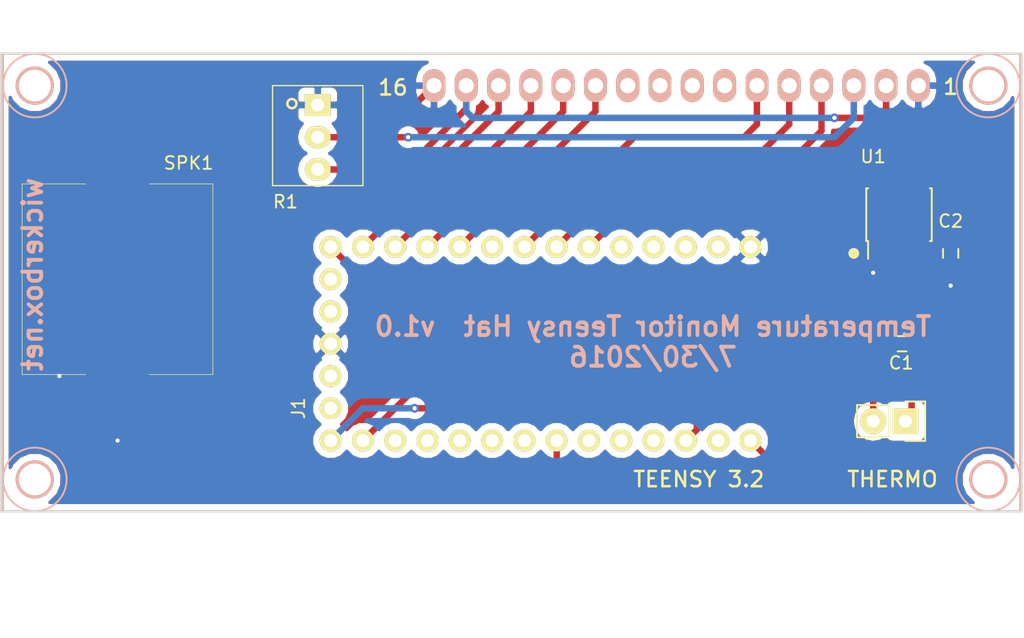
<source format=kicad_pcb>
(kicad_pcb (version 4) (host pcbnew 4.0.1-3.201512221402+6198~38~ubuntu14.04.1-stable)

  (general
    (links 29)
    (no_connects 1)
    (area 97.852159 72.922 178.510001 123.265001)
    (thickness 1.6)
    (drawings 34)
    (tracks 102)
    (zones 0)
    (modules 8)
    (nets 18)
  )

  (page A4)
  (title_block
    (title "Temperature Monitor Teensy Hat")
    (date 2016-07-30)
    (rev v1.0)
    (company "Released under the CERN Open Hardware License v1.2")
    (comment 1 "wickerboxen@gmail.com - http://wickerbox.net")
    (comment 2 "Designed by Jenner at Wickerbox Electronics")
  )

  (layers
    (0 F.Cu signal)
    (31 B.Cu signal)
    (34 B.Paste user)
    (35 F.Paste user)
    (36 B.SilkS user)
    (37 F.SilkS user)
    (38 B.Mask user)
    (39 F.Mask user)
    (44 Edge.Cuts user)
    (46 B.CrtYd user)
    (47 F.CrtYd user)
    (48 B.Fab user)
    (49 F.Fab user)
  )

  (setup
    (last_trace_width 0.254)
    (user_trace_width 0.1524)
    (user_trace_width 0.254)
    (user_trace_width 0.3302)
    (user_trace_width 0.508)
    (user_trace_width 0.762)
    (user_trace_width 1.27)
    (trace_clearance 0.254)
    (zone_clearance 0.508)
    (zone_45_only no)
    (trace_min 0.1524)
    (segment_width 0.2)
    (edge_width 0.15)
    (via_size 0.6858)
    (via_drill 0.3302)
    (via_min_size 0.6858)
    (via_min_drill 0.3302)
    (user_via 0.6858 0.3302)
    (user_via 0.762 0.4064)
    (user_via 0.8636 0.508)
    (uvia_size 0.6858)
    (uvia_drill 0.3302)
    (uvias_allowed no)
    (uvia_min_size 0)
    (uvia_min_drill 0)
    (pcb_text_width 0.3)
    (pcb_text_size 1.5 1.5)
    (mod_edge_width 0.15)
    (mod_text_size 1 1)
    (mod_text_width 0.15)
    (pad_size 1.524 1.524)
    (pad_drill 0.762)
    (pad_to_mask_clearance 0.2)
    (aux_axis_origin 0 0)
    (visible_elements FFFEDF7D)
    (pcbplotparams
      (layerselection 0x30000_00000000)
      (usegerberextensions true)
      (excludeedgelayer true)
      (linewidth 0.100000)
      (plotframeref false)
      (viasonmask false)
      (mode 1)
      (useauxorigin false)
      (hpglpennumber 1)
      (hpglpenspeed 20)
      (hpglpendiameter 15)
      (hpglpenoverlay 2)
      (psnegative false)
      (psa4output false)
      (plotreference true)
      (plotvalue true)
      (plotinvisibletext false)
      (padsonsilk false)
      (subtractmaskfromsilk false)
      (outputformat 1)
      (mirror false)
      (drillshape 0)
      (scaleselection 1)
      (outputdirectory gerbers))
  )

  (net 0 "")
  (net 1 "Net-(C1-Pad1)")
  (net 2 "Net-(C1-Pad2)")
  (net 3 +3V3)
  (net 4 GND)
  (net 5 +5V)
  (net 6 "Net-(LCD1-Pad3)")
  (net 7 "Net-(J1-Pad4)")
  (net 8 "Net-(J1-Pad5)")
  (net 9 "Net-(J1-Pad6)")
  (net 10 "Net-(J1-Pad8)")
  (net 11 "Net-(J1-Pad9)")
  (net 12 "Net-(J1-Pad10)")
  (net 13 "Net-(J1-Pad11)")
  (net 14 "Net-(J1-Pad20)")
  (net 15 "Net-(J1-Pad13)")
  (net 16 "Net-(J1-Pad14)")
  (net 17 "Net-(J1-Pad12)")

  (net_class Default "This is the default net class."
    (clearance 0.254)
    (trace_width 0.254)
    (via_dia 0.6858)
    (via_drill 0.3302)
    (uvia_dia 0.6858)
    (uvia_drill 0.3302)
    (add_net +3V3)
    (add_net +5V)
    (add_net GND)
    (add_net "Net-(C1-Pad1)")
    (add_net "Net-(C1-Pad2)")
    (add_net "Net-(J1-Pad10)")
    (add_net "Net-(J1-Pad11)")
    (add_net "Net-(J1-Pad12)")
    (add_net "Net-(J1-Pad13)")
    (add_net "Net-(J1-Pad14)")
    (add_net "Net-(J1-Pad20)")
    (add_net "Net-(J1-Pad4)")
    (add_net "Net-(J1-Pad5)")
    (add_net "Net-(J1-Pad6)")
    (add_net "Net-(J1-Pad8)")
    (add_net "Net-(J1-Pad9)")
    (add_net "Net-(LCD1-Pad3)")
  )

  (module Wickerlib:SOIC-8-3.9x4.9MM-P1.27MM (layer F.Cu) (tedit 57903FBD) (tstamp 579D83C0)
    (at 168.656 89.916 90)
    (descr "8-Lead Plastic Small Outline (SN) - Narrow, 3.90 mm Body [SOIC] (see Microchip Packaging Specification 00000049BS.pdf)")
    (tags "SOIC 1.27")
    (path /579D6ED7)
    (attr smd)
    (fp_text reference U1 (at 0 -0.508 90) (layer F.Fab)
      (effects (font (size 1 1) (thickness 0.15)))
    )
    (fp_text value MAX31855 (at 0 1.27 90) (layer F.Fab) hide
      (effects (font (size 1 1) (thickness 0.15)))
    )
    (fp_circle (center -2.54 -2.032) (end -2.286 -2.032) (layer F.Fab) (width 0.2))
    (fp_text user %R (at 4.572 -2.032 180) (layer F.SilkS)
      (effects (font (size 1 1) (thickness 0.15)))
    )
    (fp_line (start -3.75 -2.75) (end -3.75 2.75) (layer F.CrtYd) (width 0.05))
    (fp_line (start 3.75 -2.75) (end 3.75 2.75) (layer F.CrtYd) (width 0.05))
    (fp_line (start -3.75 -2.75) (end 3.75 -2.75) (layer F.CrtYd) (width 0.05))
    (fp_line (start -3.75 2.75) (end 3.75 2.75) (layer F.CrtYd) (width 0.05))
    (fp_line (start -2.075 -2.575) (end -2.075 -2.43) (layer F.SilkS) (width 0.15))
    (fp_line (start 2.075 -2.575) (end 2.075 -2.43) (layer F.SilkS) (width 0.15))
    (fp_line (start 2.075 2.575) (end 2.075 2.43) (layer F.SilkS) (width 0.15))
    (fp_line (start -2.075 2.575) (end -2.075 2.43) (layer F.SilkS) (width 0.15))
    (fp_line (start -2.075 -2.575) (end 2.075 -2.575) (layer F.SilkS) (width 0.15))
    (fp_line (start -2.075 2.575) (end 2.075 2.575) (layer F.SilkS) (width 0.15))
    (fp_line (start -2.075 -2.43) (end -3.475 -2.43) (layer F.SilkS) (width 0.15))
    (fp_line (start 3.75 -2.75) (end 3.75 2.75) (layer F.Fab) (width 0.05))
    (fp_line (start -3.75 -2.75) (end 3.75 -2.75) (layer F.Fab) (width 0.05))
    (fp_line (start -3.75 2.75) (end 3.75 2.75) (layer F.Fab) (width 0.05))
    (fp_line (start -3.75 -2.75) (end -3.75 2.75) (layer F.Fab) (width 0.05))
    (pad 1 smd rect (at -2.7 -1.905 90) (size 1.55 0.6) (layers F.Cu F.Paste F.Mask)
      (net 4 GND))
    (pad 2 smd rect (at -2.7 -0.635 90) (size 1.55 0.6) (layers F.Cu F.Paste F.Mask)
      (net 2 "Net-(C1-Pad2)"))
    (pad 3 smd rect (at -2.7 0.635 90) (size 1.55 0.6) (layers F.Cu F.Paste F.Mask)
      (net 1 "Net-(C1-Pad1)"))
    (pad 4 smd rect (at -2.7 1.905 90) (size 1.55 0.6) (layers F.Cu F.Paste F.Mask)
      (net 3 +3V3))
    (pad 5 smd rect (at 2.7 1.905 90) (size 1.55 0.6) (layers F.Cu F.Paste F.Mask)
      (net 15 "Net-(J1-Pad13)"))
    (pad 6 smd rect (at 2.7 0.635 90) (size 1.55 0.6) (layers F.Cu F.Paste F.Mask)
      (net 16 "Net-(J1-Pad14)"))
    (pad 7 smd rect (at 2.7 -0.635 90) (size 1.55 0.6) (layers F.Cu F.Paste F.Mask)
      (net 17 "Net-(J1-Pad12)"))
    (pad 8 smd rect (at 2.7 -1.905 90) (size 1.55 0.6) (layers F.Cu F.Paste F.Mask))
  )

  (module Wickerlib:RLC-0603-SMD (layer F.Cu) (tedit 579029AB) (tstamp 579D834E)
    (at 168.898 100.076 180)
    (descr "Capacitor SMD RLC-0603-SMD, reflow soldering, AVX (see smccp.pdf)")
    (tags "capacitor RLC-0603-SMD")
    (path /579D70E2)
    (attr smd)
    (fp_text reference C1 (at 0.09 0.04 180) (layer F.Fab)
      (effects (font (size 0.8 0.8) (thickness 0.15)))
    )
    (fp_text value 100nF (at 0 1.9 180) (layer F.Fab) hide
      (effects (font (size 1 1) (thickness 0.15)))
    )
    (fp_text user %R (at 0.07 -1.51 180) (layer F.SilkS)
      (effects (font (size 1 1) (thickness 0.15)))
    )
    (fp_line (start -1.45 -0.75) (end 1.45 -0.75) (layer F.Fab) (width 0.05))
    (fp_line (start -1.45 0.75) (end 1.45 0.75) (layer F.CrtYd) (width 0.05))
    (fp_line (start -1.45 -0.75) (end -1.45 0.75) (layer F.CrtYd) (width 0.05))
    (fp_line (start 1.45 -0.75) (end 1.45 0.75) (layer F.CrtYd) (width 0.05))
    (fp_line (start -0.35 -0.6) (end 0.35 -0.6) (layer F.SilkS) (width 0.15))
    (fp_line (start 0.35 0.6) (end -0.35 0.6) (layer F.SilkS) (width 0.15))
    (fp_line (start -1.45 -0.75) (end 1.45 -0.75) (layer F.CrtYd) (width 0.05))
    (fp_line (start -1.45 -0.75) (end -1.45 0.75) (layer F.Fab) (width 0.05))
    (fp_line (start 1.45 -0.75) (end 1.45 0.75) (layer F.Fab) (width 0.05))
    (fp_line (start -1.45 0.75) (end 1.45 0.75) (layer F.Fab) (width 0.05))
    (pad 1 smd rect (at -0.75 0 180) (size 0.8 0.75) (layers F.Cu F.Paste F.Mask)
      (net 1 "Net-(C1-Pad1)"))
    (pad 2 smd rect (at 0.75 0 180) (size 0.8 0.75) (layers F.Cu F.Paste F.Mask)
      (net 2 "Net-(C1-Pad2)"))
  )

  (module Wickerlib:RLC-0603-SMD (layer F.Cu) (tedit 579029AB) (tstamp 579D8354)
    (at 172.72 92.964 270)
    (descr "Capacitor SMD RLC-0603-SMD, reflow soldering, AVX (see smccp.pdf)")
    (tags "capacitor RLC-0603-SMD")
    (path /579D7169)
    (attr smd)
    (fp_text reference C2 (at 0.09 0.04 270) (layer F.Fab)
      (effects (font (size 0.8 0.8) (thickness 0.15)))
    )
    (fp_text value 100nF (at 0 1.9 270) (layer F.Fab) hide
      (effects (font (size 1 1) (thickness 0.15)))
    )
    (fp_text user %R (at -2.54 0 360) (layer F.SilkS)
      (effects (font (size 1 1) (thickness 0.15)))
    )
    (fp_line (start -1.45 -0.75) (end 1.45 -0.75) (layer F.Fab) (width 0.05))
    (fp_line (start -1.45 0.75) (end 1.45 0.75) (layer F.CrtYd) (width 0.05))
    (fp_line (start -1.45 -0.75) (end -1.45 0.75) (layer F.CrtYd) (width 0.05))
    (fp_line (start 1.45 -0.75) (end 1.45 0.75) (layer F.CrtYd) (width 0.05))
    (fp_line (start -0.35 -0.6) (end 0.35 -0.6) (layer F.SilkS) (width 0.15))
    (fp_line (start 0.35 0.6) (end -0.35 0.6) (layer F.SilkS) (width 0.15))
    (fp_line (start -1.45 -0.75) (end 1.45 -0.75) (layer F.CrtYd) (width 0.05))
    (fp_line (start -1.45 -0.75) (end -1.45 0.75) (layer F.Fab) (width 0.05))
    (fp_line (start 1.45 -0.75) (end 1.45 0.75) (layer F.Fab) (width 0.05))
    (fp_line (start -1.45 0.75) (end 1.45 0.75) (layer F.Fab) (width 0.05))
    (pad 1 smd rect (at -0.75 0 270) (size 0.8 0.75) (layers F.Cu F.Paste F.Mask)
      (net 3 +3V3))
    (pad 2 smd rect (at 0.75 0 270) (size 0.8 0.75) (layers F.Cu F.Paste F.Mask)
      (net 4 GND))
  )

  (module Wickerlib:CONN-ONSHORE-SCREW-GREEN-2PIN-TH (layer F.Cu) (tedit 579D849E) (tstamp 579D837F)
    (at 169.164 106.172 270)
    (descr "Through hole pin header")
    (tags "pin header")
    (path /579D71A4)
    (fp_text reference J2 (at 0 1.27 270) (layer F.Fab)
      (effects (font (size 1 1) (thickness 0.15)))
    )
    (fp_text value THERMO (at -2.286 1.27 360) (layer F.Fab) hide
      (effects (font (size 1 1) (thickness 0.15)))
    )
    (fp_text user %R (at 0.508 -2.54 360) (layer F.SilkS) hide
      (effects (font (size 1 1) (thickness 0.15)))
    )
    (fp_line (start 1.27 1.27) (end 1.27 3.81) (layer F.SilkS) (width 0.15))
    (fp_line (start 1.55 -1.55) (end 1.55 0) (layer F.SilkS) (width 0.15))
    (fp_line (start -3.3 -1.75) (end -3.3 4.3) (layer F.CrtYd) (width 0.05))
    (fp_line (start 3.3 -1.75) (end 3.3 4.3) (layer F.CrtYd) (width 0.05))
    (fp_line (start -3.3 -1.75) (end 3.3 -1.74244) (layer F.CrtYd) (width 0.05))
    (fp_line (start -3.3 4.3) (end 3.3 4.3) (layer F.CrtYd) (width 0.05))
    (fp_line (start 1.27 1.27) (end -1.27 1.27) (layer F.SilkS) (width 0.15))
    (fp_line (start -1.55 0) (end -1.55 -1.55) (layer F.SilkS) (width 0.15))
    (fp_line (start -1.55 -1.55) (end 1.55 -1.55) (layer F.SilkS) (width 0.15))
    (fp_line (start -1.27 1.27) (end -1.27 3.81) (layer F.SilkS) (width 0.15))
    (fp_line (start -1.27 3.81) (end 1.27 3.81) (layer F.SilkS) (width 0.15))
    (fp_line (start -3.3 -1.75) (end 3.3 -1.74244) (layer F.Fab) (width 0.05))
    (fp_line (start -3.3 -1.75) (end -3.3 4.3) (layer F.Fab) (width 0.05))
    (fp_line (start 3.3 -1.75) (end 3.3 4.3) (layer F.Fab) (width 0.05))
    (fp_line (start -3.3 4.3) (end 3.3 4.3) (layer F.Fab) (width 0.05))
    (pad 1 thru_hole rect (at 0 0 270) (size 2.032 2.032) (drill 1.016) (layers *.Cu *.Mask F.SilkS)
      (net 1 "Net-(C1-Pad1)"))
    (pad 2 thru_hole oval (at 0 2.54 270) (size 2.032 2.032) (drill 1.016) (layers *.Cu *.Mask F.SilkS)
      (net 2 "Net-(C1-Pad2)"))
  )

  (module Wickerlib:LCD-1602A locked (layer B.Cu) (tedit 57902DAA) (tstamp 579D8397)
    (at 170.18 79.756 180)
    (descr http://www.kamami.pl/dl/wc1602a0.pdf)
    (tags "LCD 16x2 Alphanumeric 16pin")
    (path /579D6F47)
    (fp_text reference LCD1 (at 19.05 0 180) (layer B.Fab)
      (effects (font (size 1 1) (thickness 0.15)) (justify mirror))
    )
    (fp_text value LCD-MODULE-16X2-CHARACTER-1602A-CUSTOM1 (at 31.99892 -15.49908 180) (layer B.Fab) hide
      (effects (font (size 1 1) (thickness 0.15)) (justify mirror))
    )
    (fp_line (start 39.624 2.032) (end -1.524 2.032) (layer B.Fab) (width 0.05))
    (fp_line (start 39.624 -1.778) (end 39.624 2.032) (layer B.Fab) (width 0.05))
    (fp_line (start -1.524 -1.778) (end 39.624 -1.778) (layer B.Fab) (width 0.05))
    (fp_line (start -1.524 2.032) (end -1.524 -1.778) (layer B.Fab) (width 0.05))
    (fp_line (start -1.524 2.032) (end -1.524 1.778) (layer B.CrtYd) (width 0.05))
    (fp_line (start 39.624 2.032) (end -1.524 2.032) (layer B.CrtYd) (width 0.05))
    (fp_line (start 39.624 -1.778) (end 39.624 2.032) (layer B.CrtYd) (width 0.05))
    (fp_line (start -1.524 -1.778) (end 39.624 -1.778) (layer B.CrtYd) (width 0.05))
    (fp_line (start -1.524 1.778) (end -1.524 -1.778) (layer B.CrtYd) (width 0.05))
    (fp_circle (center 69.49948 0) (end 71.99884 0) (layer B.SilkS) (width 0.15))
    (fp_circle (center 69.49948 -31.0007) (end 71.99884 -31.0007) (layer B.SilkS) (width 0.15))
    (fp_circle (center -5.4991 -31.0007) (end -8.001 -31.0007) (layer B.SilkS) (width 0.15))
    (fp_circle (center -5.4991 0) (end -2.99974 0) (layer B.SilkS) (width 0.15))
    (fp_line (start -8.001 2.49936) (end 71.99884 2.49936) (layer B.SilkS) (width 0.15))
    (fp_line (start 71.99884 2.49936) (end 71.99884 -33.50006) (layer B.SilkS) (width 0.15))
    (fp_line (start 71.99884 -33.50006) (end -8.001 -33.50006) (layer B.SilkS) (width 0.15))
    (fp_line (start -8.001 -33.50006) (end -8.001 2.49936) (layer B.SilkS) (width 0.15))
    (pad 1 thru_hole oval (at 0 0 180) (size 1.8 2.6) (drill 1.2) (layers *.Cu *.Mask B.SilkS)
      (net 4 GND))
    (pad 2 thru_hole oval (at 2.54 0 180) (size 1.8 2.6) (drill 1.2) (layers *.Cu *.Mask B.SilkS)
      (net 5 +5V))
    (pad 3 thru_hole oval (at 5.08 0 180) (size 1.8 2.6) (drill 1.2) (layers *.Cu *.Mask B.SilkS)
      (net 6 "Net-(LCD1-Pad3)"))
    (pad 4 thru_hole oval (at 7.62 0 180) (size 1.8 2.6) (drill 1.2) (layers *.Cu *.Mask B.SilkS)
      (net 7 "Net-(J1-Pad4)"))
    (pad 5 thru_hole oval (at 10.16 0 180) (size 1.8 2.6) (drill 1.2) (layers *.Cu *.Mask B.SilkS)
      (net 8 "Net-(J1-Pad5)"))
    (pad 6 thru_hole oval (at 12.7 0 180) (size 1.8 2.6) (drill 1.2) (layers *.Cu *.Mask B.SilkS)
      (net 9 "Net-(J1-Pad6)"))
    (pad 7 thru_hole oval (at 15.24 0 180) (size 1.8 2.6) (drill 1.2) (layers *.Cu *.Mask B.SilkS))
    (pad 8 thru_hole oval (at 17.78 0 180) (size 1.8 2.6) (drill 1.2) (layers *.Cu *.Mask B.SilkS))
    (pad 9 thru_hole oval (at 20.32 0 180) (size 1.8 2.6) (drill 1.2) (layers *.Cu *.Mask B.SilkS))
    (pad 10 thru_hole oval (at 22.86 0 180) (size 1.8 2.6) (drill 1.2) (layers *.Cu *.Mask B.SilkS))
    (pad 11 thru_hole oval (at 25.4 0 180) (size 1.8 2.6) (drill 1.2) (layers *.Cu *.Mask B.SilkS)
      (net 10 "Net-(J1-Pad8)"))
    (pad 12 thru_hole oval (at 27.94 0 180) (size 1.8 2.6) (drill 1.2) (layers *.Cu *.Mask B.SilkS)
      (net 11 "Net-(J1-Pad9)"))
    (pad 13 thru_hole oval (at 30.48 0 180) (size 1.8 2.6) (drill 1.2) (layers *.Cu *.Mask B.SilkS)
      (net 12 "Net-(J1-Pad10)"))
    (pad 14 thru_hole oval (at 33.02 0 180) (size 1.8 2.6) (drill 1.2) (layers *.Cu *.Mask B.SilkS)
      (net 13 "Net-(J1-Pad11)"))
    (pad 15 thru_hole oval (at 35.56 0 180) (size 1.8 2.6) (drill 1.2) (layers *.Cu *.Mask B.SilkS)
      (net 5 +5V))
    (pad 16 thru_hole oval (at 38.1 0 180) (size 1.8 2.6) (drill 1.2) (layers *.Cu *.Mask B.SilkS)
      (net 4 GND))
    (pad 0 thru_hole circle (at -5.4991 0 180) (size 3 3) (drill 2.5) (layers *.Cu *.Mask B.SilkS))
    (pad 0 thru_hole circle (at -5.4991 -31.0007 180) (size 3 3) (drill 2.5) (layers *.Cu *.Mask B.SilkS))
    (pad 0 thru_hole circle (at 69.49948 -31.0007 180) (size 3 3) (drill 2.5) (layers *.Cu *.Mask B.SilkS))
    (pad 0 thru_hole circle (at 69.49948 0 180) (size 3 3) (drill 2.5) (layers *.Cu *.Mask B.SilkS))
  )

  (module Wickerlib:RES-TRIMPOT-BOURNS-3362-SQUARE-TH-CENTER (layer F.Cu) (tedit 5790459A) (tstamp 579D839E)
    (at 122.936 83.82)
    (descr "Through hole pin header")
    (tags "pin header")
    (path /579D7214)
    (fp_text reference R1 (at 0 0 90) (layer F.Fab)
      (effects (font (size 1 1) (thickness 0.15)))
    )
    (fp_text value 10K (at 0.508 0.254 90) (layer F.Fab) hide
      (effects (font (size 1 1) (thickness 0.15)))
    )
    (fp_line (start 3.556 -3.81) (end 3.556 -4.064) (layer F.SilkS) (width 0.1016))
    (fp_line (start 3.556 3.81) (end 3.556 -3.81) (layer F.SilkS) (width 0.1016))
    (fp_line (start -3.556 3.81) (end 3.556 3.81) (layer F.SilkS) (width 0.1016))
    (fp_line (start -3.556 -4.064) (end -3.556 3.81) (layer F.SilkS) (width 0.1016))
    (fp_line (start 3.556 -4.064) (end -3.556 -4.064) (layer F.SilkS) (width 0.1016))
    (fp_circle (center 0 -2.54) (end 0.254 -2.286) (layer F.Fab) (width 0.2))
    (fp_text user %R (at -2.54 5.08) (layer F.SilkS)
      (effects (font (size 1 1) (thickness 0.15)))
    )
    (fp_line (start 3.556 3.81) (end 3.556 -4.064) (layer F.Fab) (width 0.05))
    (fp_line (start -3.556 3.81) (end 3.556 3.81) (layer F.Fab) (width 0.05))
    (fp_line (start -3.556 -4.064) (end -3.556 3.81) (layer F.Fab) (width 0.05))
    (fp_line (start 3.556 -4.064) (end -3.556 -4.064) (layer F.Fab) (width 0.05))
    (fp_circle (center -2.032 -2.64521) (end -1.778 -2.39121) (layer F.SilkS) (width 0.2))
    (pad 1 thru_hole rect (at 0 -2.54) (size 2.032 1.7272) (drill 1.016) (layers *.Cu *.Mask F.SilkS)
      (net 4 GND))
    (pad 2 thru_hole oval (at 0 0) (size 2.032 1.7272) (drill 1.016) (layers *.Cu *.Mask F.SilkS)
      (net 6 "Net-(LCD1-Pad3)"))
    (pad 3 thru_hole oval (at 0 2.54) (size 2.032 1.7272) (drill 1.016) (layers *.Cu *.Mask F.SilkS)
      (net 5 +5V))
  )

  (module Wickerlib:SPEAKER-CMT-1603 (layer F.Cu) (tedit 579D801C) (tstamp 579D83B4)
    (at 107.188 94.996 270)
    (path /579DDEDD)
    (fp_text reference SPK1 (at 0 0 270) (layer F.Fab)
      (effects (font (size 1 1) (thickness 0.15)))
    )
    (fp_text value BUZZER (at 0 0 270) (layer F.Fab) hide
      (effects (font (size 1 1) (thickness 0.15)))
    )
    (fp_line (start 7.5 7.5) (end 7.5 2.5) (layer F.SilkS) (width 0.05))
    (fp_line (start -7.5 7.5) (end 7.5 7.5) (layer F.SilkS) (width 0.05))
    (fp_line (start -7.5 2.5) (end -7.5 7.5) (layer F.SilkS) (width 0.05))
    (fp_line (start -7.5 -7.5) (end -7.5 -2.5) (layer F.SilkS) (width 0.05))
    (fp_line (start 7.5 -7.5) (end -7.5 -7.5) (layer F.SilkS) (width 0.05))
    (fp_line (start 7.5 -2.5) (end 7.5 -7.5) (layer F.SilkS) (width 0.05))
    (fp_line (start 11.5 -8) (end 11 -8) (layer F.CrtYd) (width 0.05))
    (fp_line (start 11.5 8) (end 11.5 -8) (layer F.CrtYd) (width 0.05))
    (fp_line (start -11.5 8) (end 11.5 8) (layer F.CrtYd) (width 0.05))
    (fp_line (start -11.5 -8) (end -11.5 8) (layer F.CrtYd) (width 0.05))
    (fp_line (start 11 -8) (end -11.5 -8) (layer F.CrtYd) (width 0.05))
    (fp_text user %R (at -9.144 -5.588 360) (layer F.SilkS)
      (effects (font (size 1 1) (thickness 0.15)))
    )
    (fp_line (start -11 -7.5) (end -11 7.5) (layer F.Fab) (width 0.05))
    (fp_line (start 11 -7.5) (end -11 -7.5) (layer F.Fab) (width 0.05))
    (fp_line (start 11 7.5) (end 11 -7.5) (layer F.Fab) (width 0.05))
    (fp_line (start -11 7.5) (end 11 7.5) (layer F.Fab) (width 0.05))
    (pad 1 smd rect (at -7.65 0 270) (size 5.7 4.3) (layers F.Cu F.Paste F.Mask)
      (net 14 "Net-(J1-Pad20)"))
    (pad 2 smd rect (at 7.5 0 270) (size 5.7 4.3) (layers F.Cu F.Paste F.Mask)
      (net 4 GND))
  )

  (module Wickerlib:TEENSY-3.2-NOSILK (layer F.Cu) (tedit 579D85BE) (tstamp 579D8B79)
    (at 146.812 102.616 270)
    (path /579D6E55)
    (fp_text reference J1 (at -2 0 270) (layer F.Fab)
      (effects (font (size 1 1) (thickness 0.15)))
    )
    (fp_text value TEENSY3.2-72MHz (at -2.54 20.32 270) (layer F.Fab) hide
      (effects (font (size 1 1) (thickness 0.15)))
    )
    (fp_line (start 0 -9.5) (end 0 -11.5) (layer F.Fab) (width 0.05))
    (fp_line (start -4.5 -9.5) (end 0 -9.5) (layer F.Fab) (width 0.05))
    (fp_line (start -4.5 -11.5) (end -4.5 -9.5) (layer F.Fab) (width 0.05))
    (fp_line (start -11.5 24) (end 6.5 24) (layer F.Fab) (width 0.05))
    (fp_line (start -11.5 -11.5) (end -11.5 24) (layer F.Fab) (width 0.05))
    (fp_line (start 6.5 -11.5) (end -11.5 -11.5) (layer F.Fab) (width 0.05))
    (fp_line (start 6.5 24) (end 6.5 -11.5) (layer F.Fab) (width 0.05))
    (fp_text user %R (at 2.54 25.4 270) (layer F.SilkS)
      (effects (font (size 1 1) (thickness 0.15)))
    )
    (fp_line (start -11.43 24.13) (end 6.35 24.13) (layer F.CrtYd) (width 0.1524))
    (fp_line (start -11.43 -11.43) (end -11.43 24.13) (layer F.CrtYd) (width 0.1524))
    (fp_line (start 6.35 -11.43) (end -11.43 -11.43) (layer F.CrtYd) (width 0.1524))
    (fp_line (start 6.35 24.13) (end 6.35 -11.43) (layer F.CrtYd) (width 0.1524))
    (pad G1 thru_hole circle (at -10.16 -10.16 270) (size 1.7272 1.7272) (drill 1.016) (layers *.Cu *.Mask F.SilkS)
      (net 4 GND))
    (pad 0 thru_hole circle (at -10.16 -7.62 270) (size 1.7272 1.7272) (drill 1.016) (layers *.Cu *.Mask F.SilkS))
    (pad 1 thru_hole circle (at -10.16 -5.08 270) (size 1.7272 1.7272) (drill 1.016) (layers *.Cu *.Mask F.SilkS))
    (pad 2 thru_hole circle (at -10.16 -2.54 270) (size 1.7272 1.7272) (drill 1.016) (layers *.Cu *.Mask F.SilkS))
    (pad 3 thru_hole circle (at -10.16 0 270) (size 1.7272 1.7272) (drill 1.016) (layers *.Cu *.Mask F.SilkS))
    (pad 4 thru_hole circle (at -10.16 2.54 270) (size 1.7272 1.7272) (drill 1.016) (layers *.Cu *.Mask F.SilkS)
      (net 7 "Net-(J1-Pad4)"))
    (pad 5 thru_hole circle (at -10.16 5.08 270) (size 1.7272 1.7272) (drill 1.016) (layers *.Cu *.Mask F.SilkS)
      (net 8 "Net-(J1-Pad5)"))
    (pad 6 thru_hole circle (at -10.16 7.62 270) (size 1.7272 1.7272) (drill 1.016) (layers *.Cu *.Mask F.SilkS)
      (net 9 "Net-(J1-Pad6)"))
    (pad 7 thru_hole circle (at -10.16 10.16 270) (size 1.7272 1.7272) (drill 1.016) (layers *.Cu *.Mask F.SilkS))
    (pad 8 thru_hole circle (at -10.16 12.7 270) (size 1.7272 1.7272) (drill 1.016) (layers *.Cu *.Mask F.SilkS)
      (net 10 "Net-(J1-Pad8)"))
    (pad 9 thru_hole circle (at -10.16 15.24 270) (size 1.7272 1.7272) (drill 1.016) (layers *.Cu *.Mask F.SilkS)
      (net 11 "Net-(J1-Pad9)"))
    (pad 10 thru_hole circle (at -10.16 17.78 270) (size 1.7272 1.7272) (drill 1.016) (layers *.Cu *.Mask F.SilkS)
      (net 12 "Net-(J1-Pad10)"))
    (pad 11 thru_hole circle (at -10.16 20.32 270) (size 1.7272 1.7272) (drill 1.016) (layers *.Cu *.Mask F.SilkS)
      (net 13 "Net-(J1-Pad11)"))
    (pad 12 thru_hole circle (at -10.16 22.86 270) (size 1.7272 1.7272) (drill 1.016) (layers *.Cu *.Mask F.SilkS)
      (net 17 "Net-(J1-Pad12)"))
    (pad VBAT thru_hole circle (at -7.62 22.86 270) (size 1.7272 1.7272) (drill 1.016) (layers *.Cu *.Mask F.SilkS))
    (pad 3V1 thru_hole circle (at -5.08 22.86 270) (size 1.7272 1.7272) (drill 1.016) (layers *.Cu *.Mask F.SilkS)
      (net 3 +3V3))
    (pad G2 thru_hole circle (at -2.54 22.86 270) (size 1.7272 1.7272) (drill 1.016) (layers *.Cu *.Mask F.SilkS)
      (net 4 GND))
    (pad PGM thru_hole circle (at 0 22.86 270) (size 1.7272 1.7272) (drill 1.016) (layers *.Cu *.Mask F.SilkS))
    (pad DAC thru_hole circle (at 2.54 22.86 270) (size 1.7272 1.7272) (drill 1.016) (layers *.Cu *.Mask F.SilkS))
    (pad 13 thru_hole circle (at 5.08 22.86 270) (size 1.7272 1.7272) (drill 1.016) (layers *.Cu *.Mask F.SilkS)
      (net 15 "Net-(J1-Pad13)"))
    (pad 16 thru_hole circle (at 5.08 15.24 270) (size 1.7272 1.7272) (drill 1.016) (layers *.Cu *.Mask F.SilkS))
    (pad 3V2 thru_hole circle (at 5.08 -5.08 270) (size 1.7272 1.7272) (drill 1.016) (layers *.Cu *.Mask F.SilkS)
      (net 3 +3V3))
    (pad 18 thru_hole circle (at 5.08 10.16 270) (size 1.7272 1.7272) (drill 1.016) (layers *.Cu *.Mask F.SilkS))
    (pad 17 thru_hole circle (at 5.08 12.7 270) (size 1.7272 1.7272) (drill 1.016) (layers *.Cu *.Mask F.SilkS))
    (pad AG thru_hole circle (at 5.08 -7.62 270) (size 1.7272 1.7272) (drill 1.016) (layers *.Cu *.Mask F.SilkS))
    (pad 22 thru_hole circle (at 5.08 0 270) (size 1.7272 1.7272) (drill 1.016) (layers *.Cu *.Mask F.SilkS))
    (pad VIN thru_hole circle (at 5.08 -10.16 270) (size 1.7272 1.7272) (drill 1.016) (layers *.Cu *.Mask F.SilkS)
      (net 5 +5V))
    (pad 21 thru_hole circle (at 5.08 2.54 270) (size 1.7272 1.7272) (drill 1.016) (layers *.Cu *.Mask F.SilkS))
    (pad 20 thru_hole circle (at 5.08 5.08 270) (size 1.7272 1.7272) (drill 1.016) (layers *.Cu *.Mask F.SilkS)
      (net 14 "Net-(J1-Pad20)"))
    (pad 19 thru_hole circle (at 5.08 7.62 270) (size 1.7272 1.7272) (drill 1.016) (layers *.Cu *.Mask F.SilkS))
    (pad 23 thru_hole circle (at 5.08 -2.54 270) (size 1.7272 1.7272) (drill 1.016) (layers *.Cu *.Mask F.SilkS))
    (pad 14 thru_hole circle (at 5.08 20.32 270) (size 1.7272 1.7272) (drill 1.016) (layers *.Cu *.Mask F.SilkS)
      (net 16 "Net-(J1-Pad14)"))
    (pad 15 thru_hole circle (at 5.08 17.78 270) (size 1.7272 1.7272) (drill 1.016) (layers *.Cu *.Mask F.SilkS))
  )

  (gr_text 7/30/2016 (at 170.942 115.824) (layer F.Fab)
    (effects (font (size 1.5 1.5) (thickness 0.3)))
  )
  (gr_text "Temperature Monitor Teensy Hat  v1.0" (at 155.702 74.422) (layer F.Fab)
    (effects (font (size 1.5 1.5) (thickness 0.3)))
  )
  (gr_line (start 178.308 113.538) (end 178.308 77.216) (layer F.Fab) (width 0.2))
  (gr_line (start 98.044 113.538) (end 178.308 113.538) (layer F.Fab) (width 0.2))
  (gr_line (start 98.044 77.216) (end 98.044 113.538) (layer F.Fab) (width 0.2))
  (gr_line (start 178.308 77.216) (end 98.044 77.216) (layer F.Fab) (width 0.2))
  (gr_text wickerbox.net (at 100.5078 94.615 90) (layer B.SilkS)
    (effects (font (size 1.5 1.5) (thickness 0.3)) (justify mirror))
  )
  (gr_text "Temperature Monitor Teensy Hat  v1.0\n7/30/2016" (at 149.3012 99.9236) (layer B.SilkS)
    (effects (font (size 1.5 1.5) (thickness 0.3)) (justify mirror))
  )
  (gr_text 1 (at 172.72 79.8576) (layer F.SilkS) (tstamp 579D8C23)
    (effects (font (size 1.2 1.2) (thickness 0.2)))
  )
  (gr_text 16 (at 128.8542 79.9084) (layer F.SilkS) (tstamp 579D8C1C)
    (effects (font (size 1.2 1.2) (thickness 0.2)))
  )
  (gr_circle (center 165.1 92.964) (end 165.3032 93.0656) (layer F.SilkS) (width 0.4))
  (gr_text "TEENSY 3.2" (at 152.908 110.744) (layer F.SilkS) (tstamp 579D8BF3)
    (effects (font (size 1.2 1.2) (thickness 0.2)))
  )
  (gr_text THERMO (at 168.148 110.744) (layer F.SilkS)
    (effects (font (size 1.2 1.2) (thickness 0.2)))
  )
  (gr_line (start 98.044 77.216) (end 178.308 77.216) (layer Edge.Cuts) (width 0.15))
  (gr_line (start 98.044 113.284) (end 98.044 77.216) (layer Edge.Cuts) (width 0.15))
  (gr_line (start 178.308 113.284) (end 98.044 113.284) (layer Edge.Cuts) (width 0.15))
  (gr_line (start 178.308 77.216) (end 178.308 113.284) (layer Edge.Cuts) (width 0.15))
  (gr_circle (center 117.348 76.962) (end 118.618 76.962) (layer Dwgs.User) (width 0.15))
  (gr_line (start 114.427 78.994) (end 114.427 74.93) (angle 90) (layer Dwgs.User) (width 0.15))
  (gr_line (start 120.269 78.994) (end 114.427 78.994) (angle 90) (layer Dwgs.User) (width 0.15))
  (gr_line (start 120.269 74.93) (end 120.269 78.994) (angle 90) (layer Dwgs.User) (width 0.15))
  (gr_line (start 114.427 74.93) (end 120.269 74.93) (angle 90) (layer Dwgs.User) (width 0.15))
  (gr_line (start 120.523 93.98) (end 104.648 93.98) (angle 90) (layer Dwgs.User) (width 0.15))
  (gr_line (start 173.355 102.235) (end 173.355 94.615) (angle 90) (layer Dwgs.User) (width 0.15))
  (gr_line (start 178.435 102.235) (end 173.355 102.235) (angle 90) (layer Dwgs.User) (width 0.15))
  (gr_line (start 178.435 94.615) (end 178.435 102.235) (angle 90) (layer Dwgs.User) (width 0.15))
  (gr_line (start 173.355 94.615) (end 178.435 94.615) (angle 90) (layer Dwgs.User) (width 0.15))
  (gr_line (start 109.093 123.19) (end 109.093 114.3) (angle 90) (layer Dwgs.User) (width 0.15))
  (gr_line (start 122.428 123.19) (end 109.093 123.19) (angle 90) (layer Dwgs.User) (width 0.15))
  (gr_line (start 122.428 114.3) (end 122.428 123.19) (angle 90) (layer Dwgs.User) (width 0.15))
  (gr_line (start 109.093 114.3) (end 122.428 114.3) (angle 90) (layer Dwgs.User) (width 0.15))
  (gr_line (start 104.648 93.98) (end 104.648 82.55) (angle 90) (layer Dwgs.User) (width 0.15))
  (gr_line (start 120.523 82.55) (end 120.523 93.98) (angle 90) (layer Dwgs.User) (width 0.15))
  (gr_line (start 104.648 82.55) (end 120.523 82.55) (angle 90) (layer Dwgs.User) (width 0.15))

  (segment (start 169.291 92.616) (end 169.291 99.719) (width 0.508) (layer F.Cu) (net 1))
  (segment (start 169.291 99.719) (end 169.648 100.076) (width 0.508) (layer F.Cu) (net 1))
  (segment (start 169.648 100.076) (end 169.648 105.688) (width 0.508) (layer F.Cu) (net 1))
  (segment (start 169.648 105.688) (end 169.164 106.172) (width 0.508) (layer F.Cu) (net 1))
  (segment (start 168.148 100.076) (end 168.148 92.743) (width 0.508) (layer F.Cu) (net 2))
  (segment (start 168.148 92.743) (end 168.021 92.616) (width 0.508) (layer F.Cu) (net 2))
  (segment (start 168.148 100.076) (end 168.148 100.959) (width 0.508) (layer F.Cu) (net 2))
  (segment (start 168.148 100.959) (end 166.624 102.483) (width 0.508) (layer F.Cu) (net 2))
  (segment (start 166.624 102.483) (end 166.624 104.73516) (width 0.508) (layer F.Cu) (net 2))
  (segment (start 166.624 104.73516) (end 166.624 106.172) (width 0.508) (layer F.Cu) (net 2))
  (segment (start 172.72 92.214) (end 170.963 92.214) (width 0.508) (layer F.Cu) (net 3))
  (segment (start 170.963 92.214) (end 170.561 92.616) (width 0.508) (layer F.Cu) (net 3))
  (segment (start 169.672 90.424) (end 170.561 91.313) (width 0.508) (layer F.Cu) (net 3))
  (segment (start 170.561 91.313) (end 170.561 92.616) (width 0.508) (layer F.Cu) (net 3))
  (segment (start 166.624 90.424) (end 169.672 90.424) (width 0.508) (layer F.Cu) (net 3))
  (segment (start 152.755599 104.292401) (end 166.624 90.424) (width 0.508) (layer F.Cu) (net 3))
  (segment (start 151.892 107.696) (end 152.755599 106.832401) (width 0.508) (layer F.Cu) (net 3))
  (segment (start 152.755599 106.832401) (end 152.755599 104.292401) (width 0.508) (layer F.Cu) (net 3))
  (segment (start 102.736 102.496) (end 102.616 102.616) (width 0.508) (layer F.Cu) (net 4))
  (via (at 102.616 102.616) (size 0.6858) (drill 0.3302) (layers F.Cu B.Cu) (net 4))
  (segment (start 107.188 102.496) (end 102.736 102.496) (width 0.508) (layer F.Cu) (net 4))
  (via (at 107.188 107.696) (size 0.6858) (drill 0.3302) (layers F.Cu B.Cu) (net 4))
  (segment (start 107.188 102.496) (end 107.188 107.696) (width 0.508) (layer F.Cu) (net 4))
  (segment (start 166.751 92.616) (end 166.751 94.361) (width 0.508) (layer F.Cu) (net 4))
  (segment (start 166.751 94.361) (end 166.624 94.488) (width 0.508) (layer F.Cu) (net 4))
  (via (at 166.624 94.488) (size 0.6858) (drill 0.3302) (layers F.Cu B.Cu) (net 4))
  (via (at 172.72 95.504) (size 0.6858) (drill 0.3302) (layers F.Cu B.Cu) (net 4))
  (segment (start 172.72 93.714) (end 172.72 95.504) (width 0.508) (layer F.Cu) (net 4))
  (segment (start 122.936 81.28) (end 130.556 81.28) (width 0.508) (layer F.Cu) (net 4))
  (segment (start 130.556 81.28) (end 132.08 79.756) (width 0.508) (layer F.Cu) (net 4))
  (segment (start 135.128 82.296) (end 134.62 81.788) (width 0.508) (layer B.Cu) (net 5))
  (segment (start 134.62 81.788) (end 134.62 79.756) (width 0.508) (layer B.Cu) (net 5))
  (segment (start 163.576 82.296) (end 135.128 82.296) (width 0.508) (layer B.Cu) (net 5))
  (segment (start 166.908 82.296) (end 163.576 82.296) (width 0.508) (layer F.Cu) (net 5))
  (via (at 163.576 82.296) (size 0.6858) (drill 0.3302) (layers F.Cu B.Cu) (net 5))
  (segment (start 167.64 81.564) (end 166.908 82.296) (width 0.508) (layer F.Cu) (net 5))
  (segment (start 170.688 110.236) (end 159.512 110.236) (width 0.508) (layer F.Cu) (net 5))
  (segment (start 159.512 110.236) (end 156.972 107.696) (width 0.508) (layer F.Cu) (net 5))
  (segment (start 175.768 105.156) (end 170.688 110.236) (width 0.508) (layer F.Cu) (net 5))
  (segment (start 175.768 88.9) (end 175.768 105.156) (width 0.508) (layer F.Cu) (net 5))
  (segment (start 172.212 85.344) (end 175.768 88.9) (width 0.508) (layer F.Cu) (net 5))
  (segment (start 171.42 85.344) (end 172.212 85.344) (width 0.508) (layer F.Cu) (net 5))
  (segment (start 167.64 79.756) (end 167.64 81.564) (width 0.508) (layer F.Cu) (net 5))
  (segment (start 167.64 81.564) (end 171.42 85.344) (width 0.508) (layer F.Cu) (net 5))
  (segment (start 134.62 79.756) (end 134.62 81.564) (width 0.508) (layer F.Cu) (net 5))
  (segment (start 134.62 81.564) (end 129.824 86.36) (width 0.508) (layer F.Cu) (net 5))
  (segment (start 129.824 86.36) (end 124.46 86.36) (width 0.508) (layer F.Cu) (net 5))
  (segment (start 124.46 86.36) (end 122.936 86.36) (width 0.508) (layer F.Cu) (net 5))
  (segment (start 163.576 83.82) (end 165.1 82.296) (width 0.508) (layer B.Cu) (net 6))
  (segment (start 165.1 82.296) (end 165.1 79.756) (width 0.508) (layer B.Cu) (net 6))
  (segment (start 130.048 83.82) (end 163.576 83.82) (width 0.508) (layer B.Cu) (net 6))
  (segment (start 122.936 83.82) (end 130.048 83.82) (width 0.508) (layer F.Cu) (net 6))
  (via (at 130.048 83.82) (size 0.6858) (drill 0.3302) (layers F.Cu B.Cu) (net 6))
  (segment (start 159.512 86.36) (end 162.56 83.312) (width 0.508) (layer F.Cu) (net 7))
  (segment (start 162.56 83.312) (end 162.56 79.756) (width 0.508) (layer F.Cu) (net 7))
  (segment (start 150.368 86.36) (end 159.512 86.36) (width 0.508) (layer F.Cu) (net 7))
  (segment (start 144.272 92.456) (end 150.368 86.36) (width 0.508) (layer F.Cu) (net 7))
  (segment (start 157.48 85.344) (end 160.02 82.804) (width 0.508) (layer F.Cu) (net 8))
  (segment (start 160.02 82.804) (end 160.02 79.756) (width 0.508) (layer F.Cu) (net 8))
  (segment (start 148.844 85.344) (end 157.48 85.344) (width 0.508) (layer F.Cu) (net 8))
  (segment (start 141.732 92.456) (end 148.844 85.344) (width 0.508) (layer F.Cu) (net 8))
  (segment (start 156.464 83.82) (end 157.48 82.804) (width 0.508) (layer F.Cu) (net 9))
  (segment (start 157.48 82.804) (end 157.48 79.756) (width 0.508) (layer F.Cu) (net 9))
  (segment (start 147.828 83.82) (end 156.464 83.82) (width 0.508) (layer F.Cu) (net 9))
  (segment (start 139.192 92.456) (end 147.828 83.82) (width 0.508) (layer F.Cu) (net 9))
  (segment (start 134.112 92.456) (end 144.78 81.788) (width 0.508) (layer F.Cu) (net 10))
  (segment (start 144.78 81.788) (end 144.78 79.756) (width 0.508) (layer F.Cu) (net 10))
  (segment (start 131.572 92.456) (end 142.24 81.788) (width 0.508) (layer F.Cu) (net 11))
  (segment (start 142.24 81.788) (end 142.24 79.756) (width 0.508) (layer F.Cu) (net 11))
  (segment (start 139.7 81.788) (end 139.7 79.756) (width 0.508) (layer F.Cu) (net 12))
  (segment (start 129.032 92.456) (end 139.7 81.788) (width 0.508) (layer F.Cu) (net 12))
  (segment (start 126.492 92.456) (end 137.16 81.788) (width 0.508) (layer F.Cu) (net 13))
  (segment (start 137.16 81.788) (end 137.16 79.756) (width 0.508) (layer F.Cu) (net 13))
  (segment (start 140.716 110.744) (end 141.732 109.728) (width 0.508) (layer F.Cu) (net 14))
  (segment (start 141.732 109.728) (end 141.732 107.696) (width 0.508) (layer F.Cu) (net 14))
  (segment (start 121.92 110.744) (end 140.716 110.744) (width 0.508) (layer F.Cu) (net 14))
  (segment (start 119.38 108.204) (end 121.92 110.744) (width 0.508) (layer F.Cu) (net 14))
  (segment (start 119.38 100.238) (end 119.38 108.204) (width 0.508) (layer F.Cu) (net 14))
  (segment (start 107.188 87.346) (end 107.188 88.046) (width 0.508) (layer F.Cu) (net 14))
  (segment (start 107.188 88.046) (end 119.38 100.238) (width 0.508) (layer F.Cu) (net 14))
  (segment (start 169.398011 89.661989) (end 170.561 88.499) (width 0.508) (layer F.Cu) (net 15))
  (segment (start 166.308365 89.661989) (end 169.398011 89.661989) (width 0.508) (layer F.Cu) (net 15))
  (segment (start 130.556 105.156) (end 150.814354 105.156) (width 0.508) (layer F.Cu) (net 15))
  (segment (start 170.561 88.499) (end 170.561 87.216) (width 0.508) (layer F.Cu) (net 15))
  (segment (start 150.814354 105.156) (end 166.308365 89.661989) (width 0.508) (layer F.Cu) (net 15))
  (via (at 130.556 105.156) (size 0.6858) (drill 0.3302) (layers F.Cu B.Cu) (net 15))
  (segment (start 126.492 105.156) (end 130.556 105.156) (width 0.508) (layer B.Cu) (net 15))
  (segment (start 123.952 107.696) (end 126.492 105.156) (width 0.508) (layer B.Cu) (net 15))
  (segment (start 168.890022 88.899978) (end 169.291 88.499) (width 0.508) (layer F.Cu) (net 16))
  (segment (start 165.608022 88.899978) (end 168.890022 88.899978) (width 0.508) (layer F.Cu) (net 16))
  (segment (start 135.636 98.552) (end 155.956 98.552) (width 0.508) (layer F.Cu) (net 16))
  (segment (start 126.492 107.696) (end 135.636 98.552) (width 0.508) (layer F.Cu) (net 16))
  (segment (start 155.956 98.552) (end 165.608022 88.899978) (width 0.508) (layer F.Cu) (net 16))
  (segment (start 169.291 88.499) (end 169.291 87.216) (width 0.508) (layer F.Cu) (net 16))
  (segment (start 165.1 85.852) (end 166.116 84.836) (width 0.508) (layer F.Cu) (net 17))
  (segment (start 165.1 85.852) (end 165.1 87.376) (width 0.508) (layer F.Cu) (net 17))
  (segment (start 166.924 84.836) (end 166.116 84.836) (width 0.508) (layer F.Cu) (net 17))
  (segment (start 168.021 87.216) (end 168.021 85.933) (width 0.508) (layer F.Cu) (net 17))
  (segment (start 168.021 85.933) (end 166.924 84.836) (width 0.508) (layer F.Cu) (net 17))
  (segment (start 123.952 92.456) (end 125.984 94.488) (width 0.508) (layer F.Cu) (net 17))
  (segment (start 125.984 94.488) (end 157.988 94.488) (width 0.508) (layer F.Cu) (net 17))
  (segment (start 157.988 94.488) (end 165.1 87.376) (width 0.508) (layer F.Cu) (net 17))

  (zone (net 4) (net_name GND) (layer F.Cu) (tstamp 0) (hatch edge 0.508)
    (connect_pads (clearance 0.508))
    (min_thickness 0.254)
    (fill yes (arc_segments 16) (thermal_gap 0.508) (thermal_bridge_width 0.508))
    (polygon
      (pts
        (xy 178.308 77.216) (xy 178.308 113.284) (xy 98.044 113.284) (xy 98.044 77.216)
      )
    )
    (filled_polygon
      (pts
        (xy 131.084394 78.180788) (xy 130.710446 78.651248) (xy 130.545 79.229) (xy 130.545 79.629) (xy 131.953 79.629)
        (xy 131.953 79.609) (xy 132.207 79.609) (xy 132.207 79.629) (xy 132.227 79.629) (xy 132.227 79.883)
        (xy 132.207 79.883) (xy 132.207 81.526378) (xy 132.44474 81.647036) (xy 132.550086 81.622756) (xy 133.075606 81.331212)
        (xy 133.343808 80.99379) (xy 133.534591 81.279318) (xy 133.602243 81.324521) (xy 131.02583 83.900934) (xy 131.026069 83.626337)
        (xy 130.877507 83.266788) (xy 130.602659 82.99146) (xy 130.24337 82.84227) (xy 129.854337 82.841931) (xy 129.638773 82.931)
        (xy 124.294453 82.931) (xy 124.180415 82.76033) (xy 124.15822 82.7455) (xy 124.311698 82.681927) (xy 124.490327 82.503299)
        (xy 124.587 82.26991) (xy 124.587 81.56575) (xy 124.42825 81.407) (xy 123.063 81.407) (xy 123.063 81.427)
        (xy 122.809 81.427) (xy 122.809 81.407) (xy 121.44375 81.407) (xy 121.285 81.56575) (xy 121.285 82.26991)
        (xy 121.381673 82.503299) (xy 121.560302 82.681927) (xy 121.71378 82.7455) (xy 121.691585 82.76033) (xy 121.366729 83.246511)
        (xy 121.252655 83.82) (xy 121.366729 84.393489) (xy 121.691585 84.87967) (xy 122.006366 85.09) (xy 121.691585 85.30033)
        (xy 121.366729 85.786511) (xy 121.252655 86.36) (xy 121.366729 86.933489) (xy 121.691585 87.41967) (xy 122.177766 87.744526)
        (xy 122.751255 87.8586) (xy 123.120745 87.8586) (xy 123.694234 87.744526) (xy 124.180415 87.41967) (xy 124.294453 87.249)
        (xy 129.824 87.249) (xy 130.164206 87.181329) (xy 130.452618 86.988618) (xy 135.248618 82.192618) (xy 135.441329 81.904206)
        (xy 135.509 81.564) (xy 135.509 81.410554) (xy 135.705409 81.279318) (xy 135.89 81.003058) (xy 136.074591 81.279318)
        (xy 136.271 81.410554) (xy 136.271 81.419764) (xy 126.733154 90.95761) (xy 126.195218 90.957141) (xy 125.64422 91.184808)
        (xy 125.22229 91.606003) (xy 125.221905 91.606931) (xy 124.801997 91.18629) (xy 124.251398 90.957661) (xy 123.655218 90.957141)
        (xy 123.10422 91.184808) (xy 122.68229 91.606003) (xy 122.453661 92.156602) (xy 122.453141 92.752782) (xy 122.680808 93.30378)
        (xy 123.102003 93.72571) (xy 123.102931 93.726095) (xy 122.68229 94.146003) (xy 122.453661 94.696602) (xy 122.453141 95.292782)
        (xy 122.680808 95.84378) (xy 123.102003 96.26571) (xy 123.102931 96.266095) (xy 122.68229 96.686003) (xy 122.453661 97.236602)
        (xy 122.453141 97.832782) (xy 122.680808 98.38378) (xy 123.102003 98.80571) (xy 123.142537 98.822541) (xy 123.0778 99.022195)
        (xy 123.952 99.896395) (xy 124.8262 99.022195) (xy 124.761601 98.822967) (xy 124.79978 98.807192) (xy 125.22171 98.385997)
        (xy 125.450339 97.835398) (xy 125.450859 97.239218) (xy 125.223192 96.68822) (xy 124.801997 96.26629) (xy 124.801069 96.265905)
        (xy 125.22171 95.845997) (xy 125.450339 95.295398) (xy 125.45044 95.180134) (xy 125.643794 95.309329) (xy 125.984 95.377)
        (xy 157.873764 95.377) (xy 155.587764 97.663) (xy 135.636 97.663) (xy 135.295794 97.730671) (xy 135.007382 97.923382)
        (xy 126.733154 106.19761) (xy 126.195218 106.197141) (xy 125.64422 106.424808) (xy 125.22229 106.846003) (xy 125.221905 106.846931)
        (xy 124.801997 106.42629) (xy 124.801069 106.425905) (xy 125.22171 106.005997) (xy 125.450339 105.455398) (xy 125.450859 104.859218)
        (xy 125.223192 104.30822) (xy 124.801997 103.88629) (xy 124.801069 103.885905) (xy 125.22171 103.465997) (xy 125.450339 102.915398)
        (xy 125.450859 102.319218) (xy 125.223192 101.76822) (xy 124.801997 101.34629) (xy 124.761463 101.329459) (xy 124.8262 101.129805)
        (xy 123.952 100.255605) (xy 123.0778 101.129805) (xy 123.142399 101.329033) (xy 123.10422 101.344808) (xy 122.68229 101.766003)
        (xy 122.453661 102.316602) (xy 122.453141 102.912782) (xy 122.680808 103.46378) (xy 123.102003 103.88571) (xy 123.102931 103.886095)
        (xy 122.68229 104.306003) (xy 122.453661 104.856602) (xy 122.453141 105.452782) (xy 122.680808 106.00378) (xy 123.102003 106.42571)
        (xy 123.102931 106.426095) (xy 122.68229 106.846003) (xy 122.453661 107.396602) (xy 122.453141 107.992782) (xy 122.680808 108.54378)
        (xy 123.102003 108.96571) (xy 123.652602 109.194339) (xy 124.248782 109.194859) (xy 124.79978 108.967192) (xy 125.22171 108.545997)
        (xy 125.222095 108.545069) (xy 125.642003 108.96571) (xy 126.192602 109.194339) (xy 126.788782 109.194859) (xy 127.33978 108.967192)
        (xy 127.76171 108.545997) (xy 127.762095 108.545069) (xy 128.182003 108.96571) (xy 128.732602 109.194339) (xy 129.328782 109.194859)
        (xy 129.87978 108.967192) (xy 130.30171 108.545997) (xy 130.302095 108.545069) (xy 130.722003 108.96571) (xy 131.272602 109.194339)
        (xy 131.868782 109.194859) (xy 132.41978 108.967192) (xy 132.84171 108.545997) (xy 132.842095 108.545069) (xy 133.262003 108.96571)
        (xy 133.812602 109.194339) (xy 134.408782 109.194859) (xy 134.95978 108.967192) (xy 135.38171 108.545997) (xy 135.382095 108.545069)
        (xy 135.802003 108.96571) (xy 136.352602 109.194339) (xy 136.948782 109.194859) (xy 137.49978 108.967192) (xy 137.92171 108.545997)
        (xy 137.922095 108.545069) (xy 138.342003 108.96571) (xy 138.892602 109.194339) (xy 139.488782 109.194859) (xy 140.03978 108.967192)
        (xy 140.46171 108.545997) (xy 140.462095 108.545069) (xy 140.843 108.926639) (xy 140.843 109.359764) (xy 140.347764 109.855)
        (xy 122.288236 109.855) (xy 120.269 107.835764) (xy 120.269 100.238) (xy 120.201329 99.897794) (xy 120.165405 99.84403)
        (xy 122.441752 99.84403) (xy 122.467942 100.439635) (xy 122.645484 100.868259) (xy 122.898195 100.9502) (xy 123.772395 100.076)
        (xy 124.131605 100.076) (xy 125.005805 100.9502) (xy 125.258516 100.868259) (xy 125.462248 100.30797) (xy 125.436058 99.712365)
        (xy 125.258516 99.283741) (xy 125.005805 99.2018) (xy 124.131605 100.076) (xy 123.772395 100.076) (xy 122.898195 99.2018)
        (xy 122.645484 99.283741) (xy 122.441752 99.84403) (xy 120.165405 99.84403) (xy 120.008618 99.609382) (xy 109.98544 89.586204)
        (xy 109.98544 84.496) (xy 109.941162 84.260683) (xy 109.80209 84.044559) (xy 109.58989 83.899569) (xy 109.338 83.84856)
        (xy 105.038 83.84856) (xy 104.802683 83.892838) (xy 104.586559 84.03191) (xy 104.441569 84.24411) (xy 104.39056 84.496)
        (xy 104.39056 90.196) (xy 104.434838 90.431317) (xy 104.57391 90.647441) (xy 104.78611 90.792431) (xy 105.038 90.84344)
        (xy 108.728204 90.84344) (xy 118.491 100.606236) (xy 118.491 108.204) (xy 118.558671 108.544206) (xy 118.751382 108.832618)
        (xy 121.291382 111.372618) (xy 121.579794 111.565329) (xy 121.92 111.633) (xy 140.716 111.633) (xy 141.056206 111.565329)
        (xy 141.344618 111.372618) (xy 142.360618 110.356618) (xy 142.441212 110.236) (xy 142.553329 110.068206) (xy 142.621 109.728)
        (xy 142.621 108.926044) (xy 143.00171 108.545997) (xy 143.002095 108.545069) (xy 143.422003 108.96571) (xy 143.972602 109.194339)
        (xy 144.568782 109.194859) (xy 145.11978 108.967192) (xy 145.54171 108.545997) (xy 145.542095 108.545069) (xy 145.962003 108.96571)
        (xy 146.512602 109.194339) (xy 147.108782 109.194859) (xy 147.65978 108.967192) (xy 148.08171 108.545997) (xy 148.082095 108.545069)
        (xy 148.502003 108.96571) (xy 149.052602 109.194339) (xy 149.648782 109.194859) (xy 150.19978 108.967192) (xy 150.62171 108.545997)
        (xy 150.622095 108.545069) (xy 151.042003 108.96571) (xy 151.592602 109.194339) (xy 152.188782 109.194859) (xy 152.73978 108.967192)
        (xy 153.16171 108.545997) (xy 153.162095 108.545069) (xy 153.582003 108.96571) (xy 154.132602 109.194339) (xy 154.728782 109.194859)
        (xy 155.27978 108.967192) (xy 155.70171 108.545997) (xy 155.702095 108.545069) (xy 156.122003 108.96571) (xy 156.672602 109.194339)
        (xy 157.213575 109.194811) (xy 158.883382 110.864618) (xy 159.171794 111.057329) (xy 159.512 111.125) (xy 170.688 111.125)
        (xy 171.028206 111.057329) (xy 171.316618 110.864618) (xy 176.396618 105.784618) (xy 176.461176 105.688) (xy 176.589329 105.496206)
        (xy 176.657 105.156) (xy 176.657 88.9) (xy 176.589329 88.559794) (xy 176.396618 88.271382) (xy 172.840618 84.715382)
        (xy 172.72979 84.641329) (xy 172.552206 84.522671) (xy 172.212 84.455) (xy 171.788236 84.455) (xy 168.657757 81.324521)
        (xy 168.725409 81.279318) (xy 168.916192 80.99379) (xy 169.184394 81.331212) (xy 169.709914 81.622756) (xy 169.81526 81.647036)
        (xy 170.053 81.526378) (xy 170.053 79.883) (xy 170.307 79.883) (xy 170.307 81.526378) (xy 170.54474 81.647036)
        (xy 170.650086 81.622756) (xy 171.175606 81.331212) (xy 171.549554 80.860752) (xy 171.715 80.283) (xy 171.715 79.883)
        (xy 170.307 79.883) (xy 170.053 79.883) (xy 170.033 79.883) (xy 170.033 79.629) (xy 170.053 79.629)
        (xy 170.053 79.609) (xy 170.307 79.609) (xy 170.307 79.629) (xy 171.715 79.629) (xy 171.715 79.229)
        (xy 171.549554 78.651248) (xy 171.175606 78.180788) (xy 170.71634 77.926) (xy 174.517235 77.926) (xy 174.4713 77.94498)
        (xy 173.870191 78.545041) (xy 173.544472 79.329459) (xy 173.54373 80.178815) (xy 173.86808 80.9638) (xy 174.468141 81.564909)
        (xy 175.252559 81.890628) (xy 176.101915 81.89137) (xy 176.8869 81.56702) (xy 177.488009 80.966959) (xy 177.598 80.702071)
        (xy 177.598 109.809989) (xy 177.49012 109.5489) (xy 176.890059 108.947791) (xy 176.105641 108.622072) (xy 175.256285 108.62133)
        (xy 174.4713 108.94568) (xy 173.870191 109.545741) (xy 173.544472 110.330159) (xy 173.54373 111.179515) (xy 173.86808 111.9645)
        (xy 174.468141 112.565609) (xy 174.488349 112.574) (xy 101.873121 112.574) (xy 101.88832 112.56772) (xy 102.489429 111.967659)
        (xy 102.815148 111.183241) (xy 102.81589 110.333885) (xy 102.49154 109.5489) (xy 101.891479 108.947791) (xy 101.107061 108.622072)
        (xy 100.257705 108.62133) (xy 99.47272 108.94568) (xy 98.871611 109.545741) (xy 98.754 109.82898) (xy 98.754 102.78175)
        (xy 104.403 102.78175) (xy 104.403 105.472309) (xy 104.499673 105.705698) (xy 104.678301 105.884327) (xy 104.91169 105.981)
        (xy 106.90225 105.981) (xy 107.061 105.82225) (xy 107.061 102.623) (xy 107.315 102.623) (xy 107.315 105.82225)
        (xy 107.47375 105.981) (xy 109.46431 105.981) (xy 109.697699 105.884327) (xy 109.876327 105.705698) (xy 109.973 105.472309)
        (xy 109.973 102.78175) (xy 109.81425 102.623) (xy 107.315 102.623) (xy 107.061 102.623) (xy 104.56175 102.623)
        (xy 104.403 102.78175) (xy 98.754 102.78175) (xy 98.754 99.519691) (xy 104.403 99.519691) (xy 104.403 102.21025)
        (xy 104.56175 102.369) (xy 107.061 102.369) (xy 107.061 99.16975) (xy 107.315 99.16975) (xy 107.315 102.369)
        (xy 109.81425 102.369) (xy 109.973 102.21025) (xy 109.973 99.519691) (xy 109.876327 99.286302) (xy 109.697699 99.107673)
        (xy 109.46431 99.011) (xy 107.47375 99.011) (xy 107.315 99.16975) (xy 107.061 99.16975) (xy 106.90225 99.011)
        (xy 104.91169 99.011) (xy 104.678301 99.107673) (xy 104.499673 99.286302) (xy 104.403 99.519691) (xy 98.754 99.519691)
        (xy 98.754 80.684269) (xy 98.8695 80.9638) (xy 99.469561 81.564909) (xy 100.253979 81.890628) (xy 101.103335 81.89137)
        (xy 101.88832 81.56702) (xy 102.489429 80.966959) (xy 102.770489 80.29009) (xy 121.285 80.29009) (xy 121.285 80.99425)
        (xy 121.44375 81.153) (xy 122.809 81.153) (xy 122.809 79.94015) (xy 123.063 79.94015) (xy 123.063 81.153)
        (xy 124.42825 81.153) (xy 124.587 80.99425) (xy 124.587 80.29009) (xy 124.490327 80.056701) (xy 124.316626 79.883)
        (xy 130.545 79.883) (xy 130.545 80.283) (xy 130.710446 80.860752) (xy 131.084394 81.331212) (xy 131.609914 81.622756)
        (xy 131.71526 81.647036) (xy 131.953 81.526378) (xy 131.953 79.883) (xy 130.545 79.883) (xy 124.316626 79.883)
        (xy 124.311698 79.878073) (xy 124.078309 79.7814) (xy 123.22175 79.7814) (xy 123.063 79.94015) (xy 122.809 79.94015)
        (xy 122.65025 79.7814) (xy 121.793691 79.7814) (xy 121.560302 79.878073) (xy 121.381673 80.056701) (xy 121.285 80.29009)
        (xy 102.770489 80.29009) (xy 102.815148 80.182541) (xy 102.81589 79.333185) (xy 102.49154 78.5482) (xy 101.891479 77.947091)
        (xy 101.840686 77.926) (xy 131.54366 77.926)
      )
    )
    (filled_polygon
      (pts
        (xy 174.879 89.268236) (xy 174.879 104.787764) (xy 170.319764 109.347) (xy 159.880236 109.347) (xy 158.47039 107.937154)
        (xy 158.470859 107.399218) (xy 158.243192 106.84822) (xy 157.821997 106.42629) (xy 157.271398 106.197661) (xy 156.675218 106.197141)
        (xy 156.12422 106.424808) (xy 155.70229 106.846003) (xy 155.701905 106.846931) (xy 155.281997 106.42629) (xy 154.731398 106.197661)
        (xy 154.135218 106.197141) (xy 153.644599 106.39986) (xy 153.644599 104.660637) (xy 165.403486 92.90175) (xy 165.816 92.90175)
        (xy 165.816 93.517309) (xy 165.912673 93.750698) (xy 166.091301 93.929327) (xy 166.32469 94.026) (xy 166.46525 94.026)
        (xy 166.624 93.86725) (xy 166.624 92.743) (xy 165.97475 92.743) (xy 165.816 92.90175) (xy 165.403486 92.90175)
        (xy 165.895493 92.409743) (xy 165.97475 92.489) (xy 166.624 92.489) (xy 166.624 92.469) (xy 166.878 92.469)
        (xy 166.878 92.489) (xy 166.898 92.489) (xy 166.898 92.743) (xy 166.878 92.743) (xy 166.878 93.86725)
        (xy 167.03675 94.026) (xy 167.17731 94.026) (xy 167.259 93.992163) (xy 167.259 99.291879) (xy 167.151569 99.44911)
        (xy 167.10056 99.701) (xy 167.10056 100.451) (xy 167.144838 100.686317) (xy 167.152124 100.69764) (xy 165.995382 101.854382)
        (xy 165.802671 102.142794) (xy 165.735 102.483) (xy 165.735 104.786179) (xy 165.456567 104.972222) (xy 165.098675 105.507845)
        (xy 164.973 106.139655) (xy 164.973 106.204345) (xy 165.098675 106.836155) (xy 165.456567 107.371778) (xy 165.99219 107.72967)
        (xy 166.624 107.855345) (xy 167.25581 107.72967) (xy 167.595792 107.502501) (xy 167.68391 107.639441) (xy 167.89611 107.784431)
        (xy 168.148 107.83544) (xy 170.18 107.83544) (xy 170.415317 107.791162) (xy 170.631441 107.65209) (xy 170.776431 107.43989)
        (xy 170.82744 107.188) (xy 170.82744 105.156) (xy 170.783162 104.920683) (xy 170.64409 104.704559) (xy 170.537 104.631388)
        (xy 170.537 100.860121) (xy 170.644431 100.70289) (xy 170.69544 100.451) (xy 170.69544 99.701) (xy 170.651162 99.465683)
        (xy 170.51209 99.249559) (xy 170.29989 99.104569) (xy 170.18 99.080291) (xy 170.18 94.022037) (xy 170.261 94.03844)
        (xy 170.861 94.03844) (xy 171.066619 93.99975) (xy 171.71 93.99975) (xy 171.71 94.240309) (xy 171.806673 94.473698)
        (xy 171.985301 94.652327) (xy 172.21869 94.749) (xy 172.43425 94.749) (xy 172.593 94.59025) (xy 172.593 93.841)
        (xy 172.847 93.841) (xy 172.847 94.59025) (xy 173.00575 94.749) (xy 173.22131 94.749) (xy 173.454699 94.652327)
        (xy 173.633327 94.473698) (xy 173.73 94.240309) (xy 173.73 93.99975) (xy 173.57125 93.841) (xy 172.847 93.841)
        (xy 172.593 93.841) (xy 171.86875 93.841) (xy 171.71 93.99975) (xy 171.066619 93.99975) (xy 171.096317 93.994162)
        (xy 171.312441 93.85509) (xy 171.457431 93.64289) (xy 171.50844 93.391) (xy 171.50844 93.103) (xy 171.74508 93.103)
        (xy 171.71 93.187691) (xy 171.71 93.42825) (xy 171.86875 93.587) (xy 172.593 93.587) (xy 172.593 93.567)
        (xy 172.847 93.567) (xy 172.847 93.587) (xy 173.57125 93.587) (xy 173.73 93.42825) (xy 173.73 93.187691)
        (xy 173.633327 92.954302) (xy 173.631957 92.952932) (xy 173.691431 92.86589) (xy 173.74244 92.614) (xy 173.74244 91.814)
        (xy 173.698162 91.578683) (xy 173.55909 91.362559) (xy 173.34689 91.217569) (xy 173.095 91.16656) (xy 172.345 91.16656)
        (xy 172.109683 91.210838) (xy 171.93227 91.325) (xy 171.45 91.325) (xy 171.45 91.313) (xy 171.382329 90.972794)
        (xy 171.189618 90.684382) (xy 170.411236 89.906) (xy 171.189618 89.127618) (xy 171.318321 88.935) (xy 171.382329 88.839206)
        (xy 171.45 88.499) (xy 171.45 88.253766) (xy 171.457431 88.24289) (xy 171.50844 87.991) (xy 171.50844 86.441)
        (xy 171.469302 86.233) (xy 171.843764 86.233)
      )
    )
    (filled_polygon
      (pts
        (xy 170.612324 85.79356) (xy 170.261 85.79356) (xy 170.025683 85.837838) (xy 169.926472 85.901678) (xy 169.84289 85.844569)
        (xy 169.591 85.79356) (xy 168.991 85.79356) (xy 168.886187 85.813282) (xy 168.842329 85.592794) (xy 168.649618 85.304382)
        (xy 167.552618 84.207382) (xy 167.482014 84.160206) (xy 167.264206 84.014671) (xy 166.924 83.947) (xy 166.116 83.947)
        (xy 165.775794 84.014671) (xy 165.557986 84.160206) (xy 165.487382 84.207382) (xy 164.471382 85.223382) (xy 164.278671 85.511794)
        (xy 164.211 85.852) (xy 164.211 87.007764) (xy 158.454509 92.764255) (xy 158.482248 92.68797) (xy 158.456058 92.092365)
        (xy 158.278516 91.663741) (xy 158.025805 91.5818) (xy 157.151605 92.456) (xy 157.165748 92.470143) (xy 156.986143 92.649748)
        (xy 156.972 92.635605) (xy 156.0978 93.509805) (xy 156.126721 93.599) (xy 155.408196 93.599) (xy 155.70171 93.305997)
        (xy 155.718541 93.265463) (xy 155.918195 93.3302) (xy 156.792395 92.456) (xy 155.918195 91.5818) (xy 155.718967 91.646399)
        (xy 155.703192 91.60822) (xy 155.497526 91.402195) (xy 156.0978 91.402195) (xy 156.972 92.276395) (xy 157.8462 91.402195)
        (xy 157.764259 91.149484) (xy 157.20397 90.945752) (xy 156.608365 90.971942) (xy 156.179741 91.149484) (xy 156.0978 91.402195)
        (xy 155.497526 91.402195) (xy 155.281997 91.18629) (xy 154.731398 90.957661) (xy 154.135218 90.957141) (xy 153.58422 91.184808)
        (xy 153.16229 91.606003) (xy 153.161905 91.606931) (xy 152.741997 91.18629) (xy 152.191398 90.957661) (xy 151.595218 90.957141)
        (xy 151.04422 91.184808) (xy 150.62229 91.606003) (xy 150.621905 91.606931) (xy 150.201997 91.18629) (xy 149.651398 90.957661)
        (xy 149.055218 90.957141) (xy 148.50422 91.184808) (xy 148.08229 91.606003) (xy 148.081905 91.606931) (xy 147.661997 91.18629)
        (xy 147.111398 90.957661) (xy 147.027648 90.957588) (xy 150.736236 87.249) (xy 159.512 87.249) (xy 159.852206 87.181329)
        (xy 160.140618 86.988618) (xy 163.188618 83.940618) (xy 163.354071 83.693) (xy 163.381329 83.652206) (xy 163.449 83.312)
        (xy 163.449 83.27379) (xy 163.769663 83.274069) (xy 163.985227 83.185) (xy 166.908 83.185) (xy 167.248206 83.117329)
        (xy 167.536618 82.924618) (xy 167.64 82.821236)
      )
    )
  )
  (zone (net 4) (net_name GND) (layer B.Cu) (tstamp 579D8BA4) (hatch edge 0.508)
    (connect_pads (clearance 0.508))
    (min_thickness 0.254)
    (fill yes (arc_segments 16) (thermal_gap 0.508) (thermal_bridge_width 0.508))
    (polygon
      (pts
        (xy 178.308 77.216) (xy 178.308 113.284) (xy 98.044 113.284) (xy 98.044 77.216)
      )
    )
    (filled_polygon
      (pts
        (xy 131.084394 78.180788) (xy 130.710446 78.651248) (xy 130.545 79.229) (xy 130.545 79.629) (xy 131.953 79.629)
        (xy 131.953 79.609) (xy 132.207 79.609) (xy 132.207 79.629) (xy 132.227 79.629) (xy 132.227 79.883)
        (xy 132.207 79.883) (xy 132.207 81.526378) (xy 132.44474 81.647036) (xy 132.550086 81.622756) (xy 133.075606 81.331212)
        (xy 133.343808 80.99379) (xy 133.534591 81.279318) (xy 133.731 81.410554) (xy 133.731 81.788) (xy 133.798671 82.128206)
        (xy 133.991382 82.416618) (xy 134.499382 82.924618) (xy 134.508933 82.931) (xy 130.457055 82.931) (xy 130.24337 82.84227)
        (xy 129.854337 82.841931) (xy 129.494788 82.990493) (xy 129.21946 83.265341) (xy 129.07027 83.62463) (xy 129.069931 84.013663)
        (xy 129.218493 84.373212) (xy 129.493341 84.64854) (xy 129.85263 84.79773) (xy 130.241663 84.798069) (xy 130.457227 84.709)
        (xy 163.576 84.709) (xy 163.916206 84.641329) (xy 164.204618 84.448618) (xy 165.728618 82.924618) (xy 165.921329 82.636206)
        (xy 165.989 82.296) (xy 165.989 81.410554) (xy 166.185409 81.279318) (xy 166.37 81.003058) (xy 166.554591 81.279318)
        (xy 167.052581 81.612064) (xy 167.64 81.728909) (xy 168.227419 81.612064) (xy 168.725409 81.279318) (xy 168.916192 80.99379)
        (xy 169.184394 81.331212) (xy 169.709914 81.622756) (xy 169.81526 81.647036) (xy 170.053 81.526378) (xy 170.053 79.883)
        (xy 170.307 79.883) (xy 170.307 81.526378) (xy 170.54474 81.647036) (xy 170.650086 81.622756) (xy 171.175606 81.331212)
        (xy 171.549554 80.860752) (xy 171.715 80.283) (xy 171.715 79.883) (xy 170.307 79.883) (xy 170.053 79.883)
        (xy 170.033 79.883) (xy 170.033 79.629) (xy 170.053 79.629) (xy 170.053 79.609) (xy 170.307 79.609)
        (xy 170.307 79.629) (xy 171.715 79.629) (xy 171.715 79.229) (xy 171.549554 78.651248) (xy 171.175606 78.180788)
        (xy 170.71634 77.926) (xy 174.517235 77.926) (xy 174.4713 77.94498) (xy 173.870191 78.545041) (xy 173.544472 79.329459)
        (xy 173.54373 80.178815) (xy 173.86808 80.9638) (xy 174.468141 81.564909) (xy 175.252559 81.890628) (xy 176.101915 81.89137)
        (xy 176.8869 81.56702) (xy 177.488009 80.966959) (xy 177.598 80.702071) (xy 177.598 109.809989) (xy 177.49012 109.5489)
        (xy 176.890059 108.947791) (xy 176.105641 108.622072) (xy 175.256285 108.62133) (xy 174.4713 108.94568) (xy 173.870191 109.545741)
        (xy 173.544472 110.330159) (xy 173.54373 111.179515) (xy 173.86808 111.9645) (xy 174.468141 112.565609) (xy 174.488349 112.574)
        (xy 101.873121 112.574) (xy 101.88832 112.56772) (xy 102.489429 111.967659) (xy 102.815148 111.183241) (xy 102.81589 110.333885)
        (xy 102.49154 109.5489) (xy 101.891479 108.947791) (xy 101.107061 108.622072) (xy 100.257705 108.62133) (xy 99.47272 108.94568)
        (xy 98.871611 109.545741) (xy 98.754 109.82898) (xy 98.754 102.912782) (xy 122.453141 102.912782) (xy 122.680808 103.46378)
        (xy 123.102003 103.88571) (xy 123.102931 103.886095) (xy 122.68229 104.306003) (xy 122.453661 104.856602) (xy 122.453141 105.452782)
        (xy 122.680808 106.00378) (xy 123.102003 106.42571) (xy 123.102931 106.426095) (xy 122.68229 106.846003) (xy 122.453661 107.396602)
        (xy 122.453141 107.992782) (xy 122.680808 108.54378) (xy 123.102003 108.96571) (xy 123.652602 109.194339) (xy 124.248782 109.194859)
        (xy 124.79978 108.967192) (xy 125.22171 108.545997) (xy 125.222095 108.545069) (xy 125.642003 108.96571) (xy 126.192602 109.194339)
        (xy 126.788782 109.194859) (xy 127.33978 108.967192) (xy 127.76171 108.545997) (xy 127.762095 108.545069) (xy 128.182003 108.96571)
        (xy 128.732602 109.194339) (xy 129.328782 109.194859) (xy 129.87978 108.967192) (xy 130.30171 108.545997) (xy 130.302095 108.545069)
        (xy 130.722003 108.96571) (xy 131.272602 109.194339) (xy 131.868782 109.194859) (xy 132.41978 108.967192) (xy 132.84171 108.545997)
        (xy 132.842095 108.545069) (xy 133.262003 108.96571) (xy 133.812602 109.194339) (xy 134.408782 109.194859) (xy 134.95978 108.967192)
        (xy 135.38171 108.545997) (xy 135.382095 108.545069) (xy 135.802003 108.96571) (xy 136.352602 109.194339) (xy 136.948782 109.194859)
        (xy 137.49978 108.967192) (xy 137.92171 108.545997) (xy 137.922095 108.545069) (xy 138.342003 108.96571) (xy 138.892602 109.194339)
        (xy 139.488782 109.194859) (xy 140.03978 108.967192) (xy 140.46171 108.545997) (xy 140.462095 108.545069) (xy 140.882003 108.96571)
        (xy 141.432602 109.194339) (xy 142.028782 109.194859) (xy 142.57978 108.967192) (xy 143.00171 108.545997) (xy 143.002095 108.545069)
        (xy 143.422003 108.96571) (xy 143.972602 109.194339) (xy 144.568782 109.194859) (xy 145.11978 108.967192) (xy 145.54171 108.545997)
        (xy 145.542095 108.545069) (xy 145.962003 108.96571) (xy 146.512602 109.194339) (xy 147.108782 109.194859) (xy 147.65978 108.967192)
        (xy 148.08171 108.545997) (xy 148.082095 108.545069) (xy 148.502003 108.96571) (xy 149.052602 109.194339) (xy 149.648782 109.194859)
        (xy 150.19978 108.967192) (xy 150.62171 108.545997) (xy 150.622095 108.545069) (xy 151.042003 108.96571) (xy 151.592602 109.194339)
        (xy 152.188782 109.194859) (xy 152.73978 108.967192) (xy 153.16171 108.545997) (xy 153.162095 108.545069) (xy 153.582003 108.96571)
        (xy 154.132602 109.194339) (xy 154.728782 109.194859) (xy 155.27978 108.967192) (xy 155.70171 108.545997) (xy 155.702095 108.545069)
        (xy 156.122003 108.96571) (xy 156.672602 109.194339) (xy 157.268782 109.194859) (xy 157.81978 108.967192) (xy 158.24171 108.545997)
        (xy 158.470339 107.995398) (xy 158.470859 107.399218) (xy 158.243192 106.84822) (xy 157.821997 106.42629) (xy 157.271398 106.197661)
        (xy 156.675218 106.197141) (xy 156.12422 106.424808) (xy 155.70229 106.846003) (xy 155.701905 106.846931) (xy 155.281997 106.42629)
        (xy 154.731398 106.197661) (xy 154.135218 106.197141) (xy 153.58422 106.424808) (xy 153.16229 106.846003) (xy 153.161905 106.846931)
        (xy 152.741997 106.42629) (xy 152.191398 106.197661) (xy 151.595218 106.197141) (xy 151.04422 106.424808) (xy 150.62229 106.846003)
        (xy 150.621905 106.846931) (xy 150.201997 106.42629) (xy 149.651398 106.197661) (xy 149.055218 106.197141) (xy 148.50422 106.424808)
        (xy 148.08229 106.846003) (xy 148.081905 106.846931) (xy 147.661997 106.42629) (xy 147.111398 106.197661) (xy 146.515218 106.197141)
        (xy 145.96422 106.424808) (xy 145.54229 106.846003) (xy 145.541905 106.846931) (xy 145.121997 106.42629) (xy 144.571398 106.197661)
        (xy 143.975218 106.197141) (xy 143.42422 106.424808) (xy 143.00229 106.846003) (xy 143.001905 106.846931) (xy 142.581997 106.42629)
        (xy 142.031398 106.197661) (xy 141.435218 106.197141) (xy 140.88422 106.424808) (xy 140.46229 106.846003) (xy 140.461905 106.846931)
        (xy 140.041997 106.42629) (xy 139.491398 106.197661) (xy 138.895218 106.197141) (xy 138.34422 106.424808) (xy 137.92229 106.846003)
        (xy 137.921905 106.846931) (xy 137.501997 106.42629) (xy 136.951398 106.197661) (xy 136.355218 106.197141) (xy 135.80422 106.424808)
        (xy 135.38229 106.846003) (xy 135.381905 106.846931) (xy 134.961997 106.42629) (xy 134.411398 106.197661) (xy 133.815218 106.197141)
        (xy 133.26422 106.424808) (xy 132.84229 106.846003) (xy 132.841905 106.846931) (xy 132.421997 106.42629) (xy 131.871398 106.197661)
        (xy 131.275218 106.197141) (xy 130.72422 106.424808) (xy 130.30229 106.846003) (xy 130.301905 106.846931) (xy 129.881997 106.42629)
        (xy 129.331398 106.197661) (xy 128.735218 106.197141) (xy 128.18422 106.424808) (xy 127.76229 106.846003) (xy 127.761905 106.846931)
        (xy 127.341997 106.42629) (xy 126.791398 106.197661) (xy 126.707648 106.197588) (xy 126.765581 106.139655) (xy 164.973 106.139655)
        (xy 164.973 106.204345) (xy 165.098675 106.836155) (xy 165.456567 107.371778) (xy 165.99219 107.72967) (xy 166.624 107.855345)
        (xy 167.25581 107.72967) (xy 167.595792 107.502501) (xy 167.68391 107.639441) (xy 167.89611 107.784431) (xy 168.148 107.83544)
        (xy 170.18 107.83544) (xy 170.415317 107.791162) (xy 170.631441 107.65209) (xy 170.776431 107.43989) (xy 170.82744 107.188)
        (xy 170.82744 105.156) (xy 170.783162 104.920683) (xy 170.64409 104.704559) (xy 170.43189 104.559569) (xy 170.18 104.50856)
        (xy 168.148 104.50856) (xy 167.912683 104.552838) (xy 167.696559 104.69191) (xy 167.594802 104.840837) (xy 167.25581 104.61433)
        (xy 166.624 104.488655) (xy 165.99219 104.61433) (xy 165.456567 104.972222) (xy 165.098675 105.507845) (xy 164.973 106.139655)
        (xy 126.765581 106.139655) (xy 126.860236 106.045) (xy 130.146945 106.045) (xy 130.36063 106.13373) (xy 130.749663 106.134069)
        (xy 131.109212 105.985507) (xy 131.38454 105.710659) (xy 131.53373 105.35137) (xy 131.534069 104.962337) (xy 131.385507 104.602788)
        (xy 131.110659 104.32746) (xy 130.75137 104.17827) (xy 130.362337 104.177931) (xy 130.146773 104.267) (xy 126.492 104.267)
        (xy 126.151794 104.334671) (xy 125.863382 104.527382) (xy 125.450789 104.939975) (xy 125.450859 104.859218) (xy 125.223192 104.30822)
        (xy 124.801997 103.88629) (xy 124.801069 103.885905) (xy 125.22171 103.465997) (xy 125.450339 102.915398) (xy 125.450859 102.319218)
        (xy 125.223192 101.76822) (xy 124.801997 101.34629) (xy 124.761463 101.329459) (xy 124.8262 101.129805) (xy 123.952 100.255605)
        (xy 123.0778 101.129805) (xy 123.142399 101.329033) (xy 123.10422 101.344808) (xy 122.68229 101.766003) (xy 122.453661 102.316602)
        (xy 122.453141 102.912782) (xy 98.754 102.912782) (xy 98.754 99.84403) (xy 122.441752 99.84403) (xy 122.467942 100.439635)
        (xy 122.645484 100.868259) (xy 122.898195 100.9502) (xy 123.772395 100.076) (xy 124.131605 100.076) (xy 125.005805 100.9502)
        (xy 125.258516 100.868259) (xy 125.462248 100.30797) (xy 125.436058 99.712365) (xy 125.258516 99.283741) (xy 125.005805 99.2018)
        (xy 124.131605 100.076) (xy 123.772395 100.076) (xy 122.898195 99.2018) (xy 122.645484 99.283741) (xy 122.441752 99.84403)
        (xy 98.754 99.84403) (xy 98.754 92.752782) (xy 122.453141 92.752782) (xy 122.680808 93.30378) (xy 123.102003 93.72571)
        (xy 123.102931 93.726095) (xy 122.68229 94.146003) (xy 122.453661 94.696602) (xy 122.453141 95.292782) (xy 122.680808 95.84378)
        (xy 123.102003 96.26571) (xy 123.102931 96.266095) (xy 122.68229 96.686003) (xy 122.453661 97.236602) (xy 122.453141 97.832782)
        (xy 122.680808 98.38378) (xy 123.102003 98.80571) (xy 123.142537 98.822541) (xy 123.0778 99.022195) (xy 123.952 99.896395)
        (xy 124.8262 99.022195) (xy 124.761601 98.822967) (xy 124.79978 98.807192) (xy 125.22171 98.385997) (xy 125.450339 97.835398)
        (xy 125.450859 97.239218) (xy 125.223192 96.68822) (xy 124.801997 96.26629) (xy 124.801069 96.265905) (xy 125.22171 95.845997)
        (xy 125.450339 95.295398) (xy 125.450859 94.699218) (xy 125.223192 94.14822) (xy 124.801997 93.72629) (xy 124.801069 93.725905)
        (xy 125.22171 93.305997) (xy 125.222095 93.305069) (xy 125.642003 93.72571) (xy 126.192602 93.954339) (xy 126.788782 93.954859)
        (xy 127.33978 93.727192) (xy 127.76171 93.305997) (xy 127.762095 93.305069) (xy 128.182003 93.72571) (xy 128.732602 93.954339)
        (xy 129.328782 93.954859) (xy 129.87978 93.727192) (xy 130.30171 93.305997) (xy 130.302095 93.305069) (xy 130.722003 93.72571)
        (xy 131.272602 93.954339) (xy 131.868782 93.954859) (xy 132.41978 93.727192) (xy 132.84171 93.305997) (xy 132.842095 93.305069)
        (xy 133.262003 93.72571) (xy 133.812602 93.954339) (xy 134.408782 93.954859) (xy 134.95978 93.727192) (xy 135.38171 93.305997)
        (xy 135.382095 93.305069) (xy 135.802003 93.72571) (xy 136.352602 93.954339) (xy 136.948782 93.954859) (xy 137.49978 93.727192)
        (xy 137.92171 93.305997) (xy 137.922095 93.305069) (xy 138.342003 93.72571) (xy 138.892602 93.954339) (xy 139.488782 93.954859)
        (xy 140.03978 93.727192) (xy 140.46171 93.305997) (xy 140.462095 93.305069) (xy 140.882003 93.72571) (xy 141.432602 93.954339)
        (xy 142.028782 93.954859) (xy 142.57978 93.727192) (xy 143.00171 93.305997) (xy 143.002095 93.305069) (xy 143.422003 93.72571)
        (xy 143.972602 93.954339) (xy 144.568782 93.954859) (xy 145.11978 93.727192) (xy 145.54171 93.305997) (xy 145.542095 93.305069)
        (xy 145.962003 93.72571) (xy 146.512602 93.954339) (xy 147.108782 93.954859) (xy 147.65978 93.727192) (xy 148.08171 93.305997)
        (xy 148.082095 93.305069) (xy 148.502003 93.72571) (xy 149.052602 93.954339) (xy 149.648782 93.954859) (xy 150.19978 93.727192)
        (xy 150.62171 93.305997) (xy 150.622095 93.305069) (xy 151.042003 93.72571) (xy 151.592602 93.954339) (xy 152.188782 93.954859)
        (xy 152.73978 93.727192) (xy 153.16171 93.305997) (xy 153.162095 93.305069) (xy 153.582003 93.72571) (xy 154.132602 93.954339)
        (xy 154.728782 93.954859) (xy 155.27978 93.727192) (xy 155.497546 93.509805) (xy 156.0978 93.509805) (xy 156.179741 93.762516)
        (xy 156.74003 93.966248) (xy 157.335635 93.940058) (xy 157.764259 93.762516) (xy 157.8462 93.509805) (xy 156.972 92.635605)
        (xy 156.0978 93.509805) (xy 155.497546 93.509805) (xy 155.70171 93.305997) (xy 155.718541 93.265463) (xy 155.918195 93.3302)
        (xy 156.792395 92.456) (xy 157.151605 92.456) (xy 158.025805 93.3302) (xy 158.278516 93.248259) (xy 158.482248 92.68797)
        (xy 158.456058 92.092365) (xy 158.278516 91.663741) (xy 158.025805 91.5818) (xy 157.151605 92.456) (xy 156.792395 92.456)
        (xy 155.918195 91.5818) (xy 155.718967 91.646399) (xy 155.703192 91.60822) (xy 155.497526 91.402195) (xy 156.0978 91.402195)
        (xy 156.972 92.276395) (xy 157.8462 91.402195) (xy 157.764259 91.149484) (xy 157.20397 90.945752) (xy 156.608365 90.971942)
        (xy 156.179741 91.149484) (xy 156.0978 91.402195) (xy 155.497526 91.402195) (xy 155.281997 91.18629) (xy 154.731398 90.957661)
        (xy 154.135218 90.957141) (xy 153.58422 91.184808) (xy 153.16229 91.606003) (xy 153.161905 91.606931) (xy 152.741997 91.18629)
        (xy 152.191398 90.957661) (xy 151.595218 90.957141) (xy 151.04422 91.184808) (xy 150.62229 91.606003) (xy 150.621905 91.606931)
        (xy 150.201997 91.18629) (xy 149.651398 90.957661) (xy 149.055218 90.957141) (xy 148.50422 91.184808) (xy 148.08229 91.606003)
        (xy 148.081905 91.606931) (xy 147.661997 91.18629) (xy 147.111398 90.957661) (xy 146.515218 90.957141) (xy 145.96422 91.184808)
        (xy 145.54229 91.606003) (xy 145.541905 91.606931) (xy 145.121997 91.18629) (xy 144.571398 90.957661) (xy 143.975218 90.957141)
        (xy 143.42422 91.184808) (xy 143.00229 91.606003) (xy 143.001905 91.606931) (xy 142.581997 91.18629) (xy 142.031398 90.957661)
        (xy 141.435218 90.957141) (xy 140.88422 91.184808) (xy 140.46229 91.606003) (xy 140.461905 91.606931) (xy 140.041997 91.18629)
        (xy 139.491398 90.957661) (xy 138.895218 90.957141) (xy 138.34422 91.184808) (xy 137.92229 91.606003) (xy 137.921905 91.606931)
        (xy 137.501997 91.18629) (xy 136.951398 90.957661) (xy 136.355218 90.957141) (xy 135.80422 91.184808) (xy 135.38229 91.606003)
        (xy 135.381905 91.606931) (xy 134.961997 91.18629) (xy 134.411398 90.957661) (xy 133.815218 90.957141) (xy 133.26422 91.184808)
        (xy 132.84229 91.606003) (xy 132.841905 91.606931) (xy 132.421997 91.18629) (xy 131.871398 90.957661) (xy 131.275218 90.957141)
        (xy 130.72422 91.184808) (xy 130.30229 91.606003) (xy 130.301905 91.606931) (xy 129.881997 91.18629) (xy 129.331398 90.957661)
        (xy 128.735218 90.957141) (xy 128.18422 91.184808) (xy 127.76229 91.606003) (xy 127.761905 91.606931) (xy 127.341997 91.18629)
        (xy 126.791398 90.957661) (xy 126.195218 90.957141) (xy 125.64422 91.184808) (xy 125.22229 91.606003) (xy 125.221905 91.606931)
        (xy 124.801997 91.18629) (xy 124.251398 90.957661) (xy 123.655218 90.957141) (xy 123.10422 91.184808) (xy 122.68229 91.606003)
        (xy 122.453661 92.156602) (xy 122.453141 92.752782) (xy 98.754 92.752782) (xy 98.754 83.82) (xy 121.252655 83.82)
        (xy 121.366729 84.393489) (xy 121.691585 84.87967) (xy 122.006366 85.09) (xy 121.691585 85.30033) (xy 121.366729 85.786511)
        (xy 121.252655 86.36) (xy 121.366729 86.933489) (xy 121.691585 87.41967) (xy 122.177766 87.744526) (xy 122.751255 87.8586)
        (xy 123.120745 87.8586) (xy 123.694234 87.744526) (xy 124.180415 87.41967) (xy 124.505271 86.933489) (xy 124.619345 86.36)
        (xy 124.505271 85.786511) (xy 124.180415 85.30033) (xy 123.865634 85.09) (xy 124.180415 84.87967) (xy 124.505271 84.393489)
        (xy 124.619345 83.82) (xy 124.505271 83.246511) (xy 124.180415 82.76033) (xy 124.15822 82.7455) (xy 124.311698 82.681927)
        (xy 124.490327 82.503299) (xy 124.587 82.26991) (xy 124.587 81.56575) (xy 124.42825 81.407) (xy 123.063 81.407)
        (xy 123.063 81.427) (xy 122.809 81.427) (xy 122.809 81.407) (xy 121.44375 81.407) (xy 121.285 81.56575)
        (xy 121.285 82.26991) (xy 121.381673 82.503299) (xy 121.560302 82.681927) (xy 121.71378 82.7455) (xy 121.691585 82.76033)
        (xy 121.366729 83.246511) (xy 121.252655 83.82) (xy 98.754 83.82) (xy 98.754 80.684269) (xy 98.8695 80.9638)
        (xy 99.469561 81.564909) (xy 100.253979 81.890628) (xy 101.103335 81.89137) (xy 101.88832 81.56702) (xy 102.489429 80.966959)
        (xy 102.770489 80.29009) (xy 121.285 80.29009) (xy 121.285 80.99425) (xy 121.44375 81.153) (xy 122.809 81.153)
        (xy 122.809 79.94015) (xy 123.063 79.94015) (xy 123.063 81.153) (xy 124.42825 81.153) (xy 124.587 80.99425)
        (xy 124.587 80.29009) (xy 124.490327 80.056701) (xy 124.316626 79.883) (xy 130.545 79.883) (xy 130.545 80.283)
        (xy 130.710446 80.860752) (xy 131.084394 81.331212) (xy 131.609914 81.622756) (xy 131.71526 81.647036) (xy 131.953 81.526378)
        (xy 131.953 79.883) (xy 130.545 79.883) (xy 124.316626 79.883) (xy 124.311698 79.878073) (xy 124.078309 79.7814)
        (xy 123.22175 79.7814) (xy 123.063 79.94015) (xy 122.809 79.94015) (xy 122.65025 79.7814) (xy 121.793691 79.7814)
        (xy 121.560302 79.878073) (xy 121.381673 80.056701) (xy 121.285 80.29009) (xy 102.770489 80.29009) (xy 102.815148 80.182541)
        (xy 102.81589 79.333185) (xy 102.49154 78.5482) (xy 101.891479 77.947091) (xy 101.840686 77.926) (xy 131.54366 77.926)
      )
    )
  )
)

</source>
